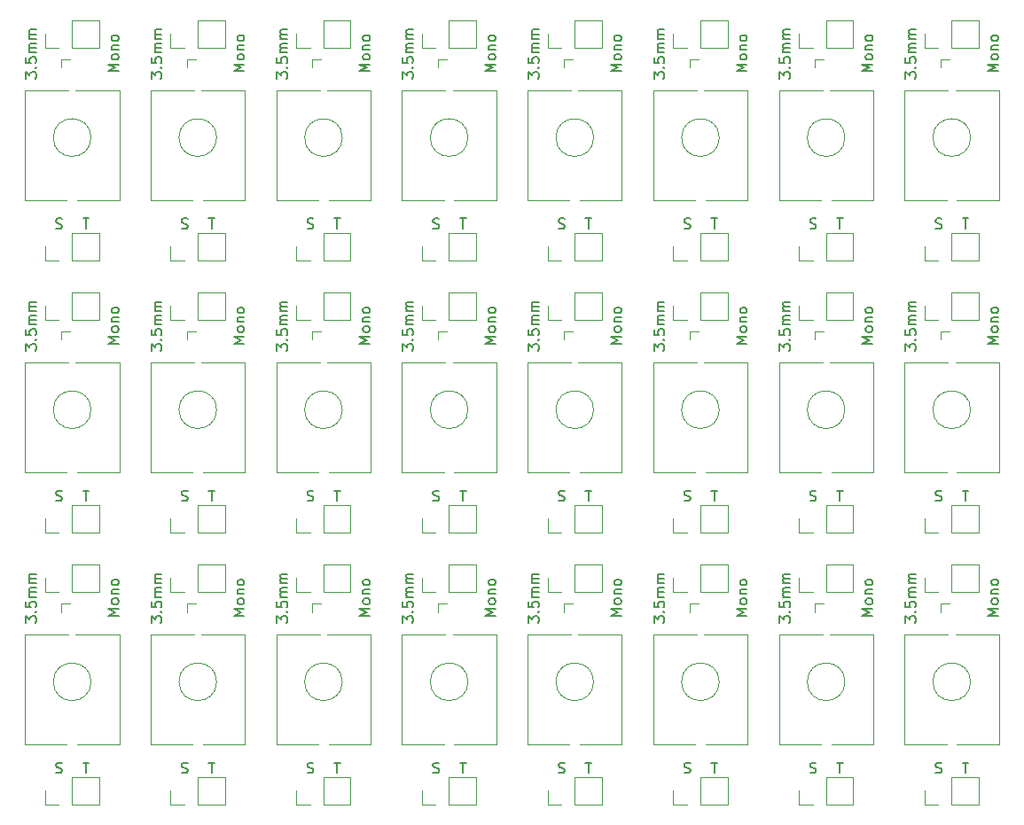
<source format=gbr>
%TF.GenerationSoftware,KiCad,Pcbnew,(6.0.0-0)*%
%TF.CreationDate,2022-11-22T10:59:50-05:00*%
%TF.ProjectId,AudioJack-Breakout-Panelization,41756469-6f4a-4616-936b-2d427265616b,rev?*%
%TF.SameCoordinates,Original*%
%TF.FileFunction,Legend,Top*%
%TF.FilePolarity,Positive*%
%FSLAX46Y46*%
G04 Gerber Fmt 4.6, Leading zero omitted, Abs format (unit mm)*
G04 Created by KiCad (PCBNEW (6.0.0-0)) date 2022-11-22 10:59:50*
%MOMM*%
%LPD*%
G01*
G04 APERTURE LIST*
%ADD10C,0.150000*%
%ADD11C,0.120000*%
G04 APERTURE END LIST*
D10*
X169616380Y-117156476D02*
X168616380Y-117156476D01*
X169330666Y-116823142D01*
X168616380Y-116489809D01*
X169616380Y-116489809D01*
X169616380Y-115870761D02*
X169568761Y-115966000D01*
X169521142Y-116013619D01*
X169425904Y-116061238D01*
X169140190Y-116061238D01*
X169044952Y-116013619D01*
X168997333Y-115966000D01*
X168949714Y-115870761D01*
X168949714Y-115727904D01*
X168997333Y-115632666D01*
X169044952Y-115585047D01*
X169140190Y-115537428D01*
X169425904Y-115537428D01*
X169521142Y-115585047D01*
X169568761Y-115632666D01*
X169616380Y-115727904D01*
X169616380Y-115870761D01*
X168949714Y-115108857D02*
X169616380Y-115108857D01*
X169044952Y-115108857D02*
X168997333Y-115061238D01*
X168949714Y-114966000D01*
X168949714Y-114823142D01*
X168997333Y-114727904D01*
X169092571Y-114680285D01*
X169616380Y-114680285D01*
X169616380Y-114061238D02*
X169568761Y-114156476D01*
X169521142Y-114204095D01*
X169425904Y-114251714D01*
X169140190Y-114251714D01*
X169044952Y-114204095D01*
X168997333Y-114156476D01*
X168949714Y-114061238D01*
X168949714Y-113918380D01*
X168997333Y-113823142D01*
X169044952Y-113775523D01*
X169140190Y-113727904D01*
X169425904Y-113727904D01*
X169521142Y-113775523D01*
X169568761Y-113823142D01*
X169616380Y-113918380D01*
X169616380Y-114061238D01*
X160742380Y-117846952D02*
X160742380Y-117227904D01*
X161123333Y-117561238D01*
X161123333Y-117418380D01*
X161170952Y-117323142D01*
X161218571Y-117275523D01*
X161313809Y-117227904D01*
X161551904Y-117227904D01*
X161647142Y-117275523D01*
X161694761Y-117323142D01*
X161742380Y-117418380D01*
X161742380Y-117704095D01*
X161694761Y-117799333D01*
X161647142Y-117846952D01*
X161647142Y-116799333D02*
X161694761Y-116751714D01*
X161742380Y-116799333D01*
X161694761Y-116846952D01*
X161647142Y-116799333D01*
X161742380Y-116799333D01*
X160742380Y-115846952D02*
X160742380Y-116323142D01*
X161218571Y-116370761D01*
X161170952Y-116323142D01*
X161123333Y-116227904D01*
X161123333Y-115989809D01*
X161170952Y-115894571D01*
X161218571Y-115846952D01*
X161313809Y-115799333D01*
X161551904Y-115799333D01*
X161647142Y-115846952D01*
X161694761Y-115894571D01*
X161742380Y-115989809D01*
X161742380Y-116227904D01*
X161694761Y-116323142D01*
X161647142Y-116370761D01*
X161742380Y-115370761D02*
X161075714Y-115370761D01*
X161170952Y-115370761D02*
X161123333Y-115323142D01*
X161075714Y-115227904D01*
X161075714Y-115085047D01*
X161123333Y-114989809D01*
X161218571Y-114942190D01*
X161742380Y-114942190D01*
X161218571Y-114942190D02*
X161123333Y-114894571D01*
X161075714Y-114799333D01*
X161075714Y-114656476D01*
X161123333Y-114561238D01*
X161218571Y-114513619D01*
X161742380Y-114513619D01*
X161742380Y-114037428D02*
X161075714Y-114037428D01*
X161170952Y-114037428D02*
X161123333Y-113989809D01*
X161075714Y-113894571D01*
X161075714Y-113751714D01*
X161123333Y-113656476D01*
X161218571Y-113608857D01*
X161742380Y-113608857D01*
X161218571Y-113608857D02*
X161123333Y-113561238D01*
X161075714Y-113466000D01*
X161075714Y-113323142D01*
X161123333Y-113227904D01*
X161218571Y-113180285D01*
X161742380Y-113180285D01*
X163642285Y-132164761D02*
X163785142Y-132212380D01*
X164023238Y-132212380D01*
X164118476Y-132164761D01*
X164166095Y-132117142D01*
X164213714Y-132021904D01*
X164213714Y-131926666D01*
X164166095Y-131831428D01*
X164118476Y-131783809D01*
X164023238Y-131736190D01*
X163832761Y-131688571D01*
X163737523Y-131640952D01*
X163689904Y-131593333D01*
X163642285Y-131498095D01*
X163642285Y-131402857D01*
X163689904Y-131307619D01*
X163737523Y-131260000D01*
X163832761Y-131212380D01*
X164070857Y-131212380D01*
X164213714Y-131260000D01*
X166212285Y-131212380D02*
X166783714Y-131212380D01*
X166498000Y-132212380D02*
X166498000Y-131212380D01*
X157616380Y-117156476D02*
X156616380Y-117156476D01*
X157330666Y-116823142D01*
X156616380Y-116489809D01*
X157616380Y-116489809D01*
X157616380Y-115870761D02*
X157568761Y-115966000D01*
X157521142Y-116013619D01*
X157425904Y-116061238D01*
X157140190Y-116061238D01*
X157044952Y-116013619D01*
X156997333Y-115966000D01*
X156949714Y-115870761D01*
X156949714Y-115727904D01*
X156997333Y-115632666D01*
X157044952Y-115585047D01*
X157140190Y-115537428D01*
X157425904Y-115537428D01*
X157521142Y-115585047D01*
X157568761Y-115632666D01*
X157616380Y-115727904D01*
X157616380Y-115870761D01*
X156949714Y-115108857D02*
X157616380Y-115108857D01*
X157044952Y-115108857D02*
X156997333Y-115061238D01*
X156949714Y-114966000D01*
X156949714Y-114823142D01*
X156997333Y-114727904D01*
X157092571Y-114680285D01*
X157616380Y-114680285D01*
X157616380Y-114061238D02*
X157568761Y-114156476D01*
X157521142Y-114204095D01*
X157425904Y-114251714D01*
X157140190Y-114251714D01*
X157044952Y-114204095D01*
X156997333Y-114156476D01*
X156949714Y-114061238D01*
X156949714Y-113918380D01*
X156997333Y-113823142D01*
X157044952Y-113775523D01*
X157140190Y-113727904D01*
X157425904Y-113727904D01*
X157521142Y-113775523D01*
X157568761Y-113823142D01*
X157616380Y-113918380D01*
X157616380Y-114061238D01*
X148742380Y-117846952D02*
X148742380Y-117227904D01*
X149123333Y-117561238D01*
X149123333Y-117418380D01*
X149170952Y-117323142D01*
X149218571Y-117275523D01*
X149313809Y-117227904D01*
X149551904Y-117227904D01*
X149647142Y-117275523D01*
X149694761Y-117323142D01*
X149742380Y-117418380D01*
X149742380Y-117704095D01*
X149694761Y-117799333D01*
X149647142Y-117846952D01*
X149647142Y-116799333D02*
X149694761Y-116751714D01*
X149742380Y-116799333D01*
X149694761Y-116846952D01*
X149647142Y-116799333D01*
X149742380Y-116799333D01*
X148742380Y-115846952D02*
X148742380Y-116323142D01*
X149218571Y-116370761D01*
X149170952Y-116323142D01*
X149123333Y-116227904D01*
X149123333Y-115989809D01*
X149170952Y-115894571D01*
X149218571Y-115846952D01*
X149313809Y-115799333D01*
X149551904Y-115799333D01*
X149647142Y-115846952D01*
X149694761Y-115894571D01*
X149742380Y-115989809D01*
X149742380Y-116227904D01*
X149694761Y-116323142D01*
X149647142Y-116370761D01*
X149742380Y-115370761D02*
X149075714Y-115370761D01*
X149170952Y-115370761D02*
X149123333Y-115323142D01*
X149075714Y-115227904D01*
X149075714Y-115085047D01*
X149123333Y-114989809D01*
X149218571Y-114942190D01*
X149742380Y-114942190D01*
X149218571Y-114942190D02*
X149123333Y-114894571D01*
X149075714Y-114799333D01*
X149075714Y-114656476D01*
X149123333Y-114561238D01*
X149218571Y-114513619D01*
X149742380Y-114513619D01*
X149742380Y-114037428D02*
X149075714Y-114037428D01*
X149170952Y-114037428D02*
X149123333Y-113989809D01*
X149075714Y-113894571D01*
X149075714Y-113751714D01*
X149123333Y-113656476D01*
X149218571Y-113608857D01*
X149742380Y-113608857D01*
X149218571Y-113608857D02*
X149123333Y-113561238D01*
X149075714Y-113466000D01*
X149075714Y-113323142D01*
X149123333Y-113227904D01*
X149218571Y-113180285D01*
X149742380Y-113180285D01*
X151642285Y-132164761D02*
X151785142Y-132212380D01*
X152023238Y-132212380D01*
X152118476Y-132164761D01*
X152166095Y-132117142D01*
X152213714Y-132021904D01*
X152213714Y-131926666D01*
X152166095Y-131831428D01*
X152118476Y-131783809D01*
X152023238Y-131736190D01*
X151832761Y-131688571D01*
X151737523Y-131640952D01*
X151689904Y-131593333D01*
X151642285Y-131498095D01*
X151642285Y-131402857D01*
X151689904Y-131307619D01*
X151737523Y-131260000D01*
X151832761Y-131212380D01*
X152070857Y-131212380D01*
X152213714Y-131260000D01*
X154212285Y-131212380D02*
X154783714Y-131212380D01*
X154498000Y-132212380D02*
X154498000Y-131212380D01*
X145616380Y-117156476D02*
X144616380Y-117156476D01*
X145330666Y-116823142D01*
X144616380Y-116489809D01*
X145616380Y-116489809D01*
X145616380Y-115870761D02*
X145568761Y-115966000D01*
X145521142Y-116013619D01*
X145425904Y-116061238D01*
X145140190Y-116061238D01*
X145044952Y-116013619D01*
X144997333Y-115966000D01*
X144949714Y-115870761D01*
X144949714Y-115727904D01*
X144997333Y-115632666D01*
X145044952Y-115585047D01*
X145140190Y-115537428D01*
X145425904Y-115537428D01*
X145521142Y-115585047D01*
X145568761Y-115632666D01*
X145616380Y-115727904D01*
X145616380Y-115870761D01*
X144949714Y-115108857D02*
X145616380Y-115108857D01*
X145044952Y-115108857D02*
X144997333Y-115061238D01*
X144949714Y-114966000D01*
X144949714Y-114823142D01*
X144997333Y-114727904D01*
X145092571Y-114680285D01*
X145616380Y-114680285D01*
X145616380Y-114061238D02*
X145568761Y-114156476D01*
X145521142Y-114204095D01*
X145425904Y-114251714D01*
X145140190Y-114251714D01*
X145044952Y-114204095D01*
X144997333Y-114156476D01*
X144949714Y-114061238D01*
X144949714Y-113918380D01*
X144997333Y-113823142D01*
X145044952Y-113775523D01*
X145140190Y-113727904D01*
X145425904Y-113727904D01*
X145521142Y-113775523D01*
X145568761Y-113823142D01*
X145616380Y-113918380D01*
X145616380Y-114061238D01*
X136742380Y-117846952D02*
X136742380Y-117227904D01*
X137123333Y-117561238D01*
X137123333Y-117418380D01*
X137170952Y-117323142D01*
X137218571Y-117275523D01*
X137313809Y-117227904D01*
X137551904Y-117227904D01*
X137647142Y-117275523D01*
X137694761Y-117323142D01*
X137742380Y-117418380D01*
X137742380Y-117704095D01*
X137694761Y-117799333D01*
X137647142Y-117846952D01*
X137647142Y-116799333D02*
X137694761Y-116751714D01*
X137742380Y-116799333D01*
X137694761Y-116846952D01*
X137647142Y-116799333D01*
X137742380Y-116799333D01*
X136742380Y-115846952D02*
X136742380Y-116323142D01*
X137218571Y-116370761D01*
X137170952Y-116323142D01*
X137123333Y-116227904D01*
X137123333Y-115989809D01*
X137170952Y-115894571D01*
X137218571Y-115846952D01*
X137313809Y-115799333D01*
X137551904Y-115799333D01*
X137647142Y-115846952D01*
X137694761Y-115894571D01*
X137742380Y-115989809D01*
X137742380Y-116227904D01*
X137694761Y-116323142D01*
X137647142Y-116370761D01*
X137742380Y-115370761D02*
X137075714Y-115370761D01*
X137170952Y-115370761D02*
X137123333Y-115323142D01*
X137075714Y-115227904D01*
X137075714Y-115085047D01*
X137123333Y-114989809D01*
X137218571Y-114942190D01*
X137742380Y-114942190D01*
X137218571Y-114942190D02*
X137123333Y-114894571D01*
X137075714Y-114799333D01*
X137075714Y-114656476D01*
X137123333Y-114561238D01*
X137218571Y-114513619D01*
X137742380Y-114513619D01*
X137742380Y-114037428D02*
X137075714Y-114037428D01*
X137170952Y-114037428D02*
X137123333Y-113989809D01*
X137075714Y-113894571D01*
X137075714Y-113751714D01*
X137123333Y-113656476D01*
X137218571Y-113608857D01*
X137742380Y-113608857D01*
X137218571Y-113608857D02*
X137123333Y-113561238D01*
X137075714Y-113466000D01*
X137075714Y-113323142D01*
X137123333Y-113227904D01*
X137218571Y-113180285D01*
X137742380Y-113180285D01*
X139642285Y-132164761D02*
X139785142Y-132212380D01*
X140023238Y-132212380D01*
X140118476Y-132164761D01*
X140166095Y-132117142D01*
X140213714Y-132021904D01*
X140213714Y-131926666D01*
X140166095Y-131831428D01*
X140118476Y-131783809D01*
X140023238Y-131736190D01*
X139832761Y-131688571D01*
X139737523Y-131640952D01*
X139689904Y-131593333D01*
X139642285Y-131498095D01*
X139642285Y-131402857D01*
X139689904Y-131307619D01*
X139737523Y-131260000D01*
X139832761Y-131212380D01*
X140070857Y-131212380D01*
X140213714Y-131260000D01*
X142212285Y-131212380D02*
X142783714Y-131212380D01*
X142498000Y-132212380D02*
X142498000Y-131212380D01*
X133616380Y-117156476D02*
X132616380Y-117156476D01*
X133330666Y-116823142D01*
X132616380Y-116489809D01*
X133616380Y-116489809D01*
X133616380Y-115870761D02*
X133568761Y-115966000D01*
X133521142Y-116013619D01*
X133425904Y-116061238D01*
X133140190Y-116061238D01*
X133044952Y-116013619D01*
X132997333Y-115966000D01*
X132949714Y-115870761D01*
X132949714Y-115727904D01*
X132997333Y-115632666D01*
X133044952Y-115585047D01*
X133140190Y-115537428D01*
X133425904Y-115537428D01*
X133521142Y-115585047D01*
X133568761Y-115632666D01*
X133616380Y-115727904D01*
X133616380Y-115870761D01*
X132949714Y-115108857D02*
X133616380Y-115108857D01*
X133044952Y-115108857D02*
X132997333Y-115061238D01*
X132949714Y-114966000D01*
X132949714Y-114823142D01*
X132997333Y-114727904D01*
X133092571Y-114680285D01*
X133616380Y-114680285D01*
X133616380Y-114061238D02*
X133568761Y-114156476D01*
X133521142Y-114204095D01*
X133425904Y-114251714D01*
X133140190Y-114251714D01*
X133044952Y-114204095D01*
X132997333Y-114156476D01*
X132949714Y-114061238D01*
X132949714Y-113918380D01*
X132997333Y-113823142D01*
X133044952Y-113775523D01*
X133140190Y-113727904D01*
X133425904Y-113727904D01*
X133521142Y-113775523D01*
X133568761Y-113823142D01*
X133616380Y-113918380D01*
X133616380Y-114061238D01*
X124742380Y-117846952D02*
X124742380Y-117227904D01*
X125123333Y-117561238D01*
X125123333Y-117418380D01*
X125170952Y-117323142D01*
X125218571Y-117275523D01*
X125313809Y-117227904D01*
X125551904Y-117227904D01*
X125647142Y-117275523D01*
X125694761Y-117323142D01*
X125742380Y-117418380D01*
X125742380Y-117704095D01*
X125694761Y-117799333D01*
X125647142Y-117846952D01*
X125647142Y-116799333D02*
X125694761Y-116751714D01*
X125742380Y-116799333D01*
X125694761Y-116846952D01*
X125647142Y-116799333D01*
X125742380Y-116799333D01*
X124742380Y-115846952D02*
X124742380Y-116323142D01*
X125218571Y-116370761D01*
X125170952Y-116323142D01*
X125123333Y-116227904D01*
X125123333Y-115989809D01*
X125170952Y-115894571D01*
X125218571Y-115846952D01*
X125313809Y-115799333D01*
X125551904Y-115799333D01*
X125647142Y-115846952D01*
X125694761Y-115894571D01*
X125742380Y-115989809D01*
X125742380Y-116227904D01*
X125694761Y-116323142D01*
X125647142Y-116370761D01*
X125742380Y-115370761D02*
X125075714Y-115370761D01*
X125170952Y-115370761D02*
X125123333Y-115323142D01*
X125075714Y-115227904D01*
X125075714Y-115085047D01*
X125123333Y-114989809D01*
X125218571Y-114942190D01*
X125742380Y-114942190D01*
X125218571Y-114942190D02*
X125123333Y-114894571D01*
X125075714Y-114799333D01*
X125075714Y-114656476D01*
X125123333Y-114561238D01*
X125218571Y-114513619D01*
X125742380Y-114513619D01*
X125742380Y-114037428D02*
X125075714Y-114037428D01*
X125170952Y-114037428D02*
X125123333Y-113989809D01*
X125075714Y-113894571D01*
X125075714Y-113751714D01*
X125123333Y-113656476D01*
X125218571Y-113608857D01*
X125742380Y-113608857D01*
X125218571Y-113608857D02*
X125123333Y-113561238D01*
X125075714Y-113466000D01*
X125075714Y-113323142D01*
X125123333Y-113227904D01*
X125218571Y-113180285D01*
X125742380Y-113180285D01*
X127642285Y-132164761D02*
X127785142Y-132212380D01*
X128023238Y-132212380D01*
X128118476Y-132164761D01*
X128166095Y-132117142D01*
X128213714Y-132021904D01*
X128213714Y-131926666D01*
X128166095Y-131831428D01*
X128118476Y-131783809D01*
X128023238Y-131736190D01*
X127832761Y-131688571D01*
X127737523Y-131640952D01*
X127689904Y-131593333D01*
X127642285Y-131498095D01*
X127642285Y-131402857D01*
X127689904Y-131307619D01*
X127737523Y-131260000D01*
X127832761Y-131212380D01*
X128070857Y-131212380D01*
X128213714Y-131260000D01*
X130212285Y-131212380D02*
X130783714Y-131212380D01*
X130498000Y-132212380D02*
X130498000Y-131212380D01*
X121616380Y-117156476D02*
X120616380Y-117156476D01*
X121330666Y-116823142D01*
X120616380Y-116489809D01*
X121616380Y-116489809D01*
X121616380Y-115870761D02*
X121568761Y-115966000D01*
X121521142Y-116013619D01*
X121425904Y-116061238D01*
X121140190Y-116061238D01*
X121044952Y-116013619D01*
X120997333Y-115966000D01*
X120949714Y-115870761D01*
X120949714Y-115727904D01*
X120997333Y-115632666D01*
X121044952Y-115585047D01*
X121140190Y-115537428D01*
X121425904Y-115537428D01*
X121521142Y-115585047D01*
X121568761Y-115632666D01*
X121616380Y-115727904D01*
X121616380Y-115870761D01*
X120949714Y-115108857D02*
X121616380Y-115108857D01*
X121044952Y-115108857D02*
X120997333Y-115061238D01*
X120949714Y-114966000D01*
X120949714Y-114823142D01*
X120997333Y-114727904D01*
X121092571Y-114680285D01*
X121616380Y-114680285D01*
X121616380Y-114061238D02*
X121568761Y-114156476D01*
X121521142Y-114204095D01*
X121425904Y-114251714D01*
X121140190Y-114251714D01*
X121044952Y-114204095D01*
X120997333Y-114156476D01*
X120949714Y-114061238D01*
X120949714Y-113918380D01*
X120997333Y-113823142D01*
X121044952Y-113775523D01*
X121140190Y-113727904D01*
X121425904Y-113727904D01*
X121521142Y-113775523D01*
X121568761Y-113823142D01*
X121616380Y-113918380D01*
X121616380Y-114061238D01*
X112742380Y-117846952D02*
X112742380Y-117227904D01*
X113123333Y-117561238D01*
X113123333Y-117418380D01*
X113170952Y-117323142D01*
X113218571Y-117275523D01*
X113313809Y-117227904D01*
X113551904Y-117227904D01*
X113647142Y-117275523D01*
X113694761Y-117323142D01*
X113742380Y-117418380D01*
X113742380Y-117704095D01*
X113694761Y-117799333D01*
X113647142Y-117846952D01*
X113647142Y-116799333D02*
X113694761Y-116751714D01*
X113742380Y-116799333D01*
X113694761Y-116846952D01*
X113647142Y-116799333D01*
X113742380Y-116799333D01*
X112742380Y-115846952D02*
X112742380Y-116323142D01*
X113218571Y-116370761D01*
X113170952Y-116323142D01*
X113123333Y-116227904D01*
X113123333Y-115989809D01*
X113170952Y-115894571D01*
X113218571Y-115846952D01*
X113313809Y-115799333D01*
X113551904Y-115799333D01*
X113647142Y-115846952D01*
X113694761Y-115894571D01*
X113742380Y-115989809D01*
X113742380Y-116227904D01*
X113694761Y-116323142D01*
X113647142Y-116370761D01*
X113742380Y-115370761D02*
X113075714Y-115370761D01*
X113170952Y-115370761D02*
X113123333Y-115323142D01*
X113075714Y-115227904D01*
X113075714Y-115085047D01*
X113123333Y-114989809D01*
X113218571Y-114942190D01*
X113742380Y-114942190D01*
X113218571Y-114942190D02*
X113123333Y-114894571D01*
X113075714Y-114799333D01*
X113075714Y-114656476D01*
X113123333Y-114561238D01*
X113218571Y-114513619D01*
X113742380Y-114513619D01*
X113742380Y-114037428D02*
X113075714Y-114037428D01*
X113170952Y-114037428D02*
X113123333Y-113989809D01*
X113075714Y-113894571D01*
X113075714Y-113751714D01*
X113123333Y-113656476D01*
X113218571Y-113608857D01*
X113742380Y-113608857D01*
X113218571Y-113608857D02*
X113123333Y-113561238D01*
X113075714Y-113466000D01*
X113075714Y-113323142D01*
X113123333Y-113227904D01*
X113218571Y-113180285D01*
X113742380Y-113180285D01*
X115642285Y-132164761D02*
X115785142Y-132212380D01*
X116023238Y-132212380D01*
X116118476Y-132164761D01*
X116166095Y-132117142D01*
X116213714Y-132021904D01*
X116213714Y-131926666D01*
X116166095Y-131831428D01*
X116118476Y-131783809D01*
X116023238Y-131736190D01*
X115832761Y-131688571D01*
X115737523Y-131640952D01*
X115689904Y-131593333D01*
X115642285Y-131498095D01*
X115642285Y-131402857D01*
X115689904Y-131307619D01*
X115737523Y-131260000D01*
X115832761Y-131212380D01*
X116070857Y-131212380D01*
X116213714Y-131260000D01*
X118212285Y-131212380D02*
X118783714Y-131212380D01*
X118498000Y-132212380D02*
X118498000Y-131212380D01*
X109616380Y-117156476D02*
X108616380Y-117156476D01*
X109330666Y-116823142D01*
X108616380Y-116489809D01*
X109616380Y-116489809D01*
X109616380Y-115870761D02*
X109568761Y-115966000D01*
X109521142Y-116013619D01*
X109425904Y-116061238D01*
X109140190Y-116061238D01*
X109044952Y-116013619D01*
X108997333Y-115966000D01*
X108949714Y-115870761D01*
X108949714Y-115727904D01*
X108997333Y-115632666D01*
X109044952Y-115585047D01*
X109140190Y-115537428D01*
X109425904Y-115537428D01*
X109521142Y-115585047D01*
X109568761Y-115632666D01*
X109616380Y-115727904D01*
X109616380Y-115870761D01*
X108949714Y-115108857D02*
X109616380Y-115108857D01*
X109044952Y-115108857D02*
X108997333Y-115061238D01*
X108949714Y-114966000D01*
X108949714Y-114823142D01*
X108997333Y-114727904D01*
X109092571Y-114680285D01*
X109616380Y-114680285D01*
X109616380Y-114061238D02*
X109568761Y-114156476D01*
X109521142Y-114204095D01*
X109425904Y-114251714D01*
X109140190Y-114251714D01*
X109044952Y-114204095D01*
X108997333Y-114156476D01*
X108949714Y-114061238D01*
X108949714Y-113918380D01*
X108997333Y-113823142D01*
X109044952Y-113775523D01*
X109140190Y-113727904D01*
X109425904Y-113727904D01*
X109521142Y-113775523D01*
X109568761Y-113823142D01*
X109616380Y-113918380D01*
X109616380Y-114061238D01*
X100742380Y-117846952D02*
X100742380Y-117227904D01*
X101123333Y-117561238D01*
X101123333Y-117418380D01*
X101170952Y-117323142D01*
X101218571Y-117275523D01*
X101313809Y-117227904D01*
X101551904Y-117227904D01*
X101647142Y-117275523D01*
X101694761Y-117323142D01*
X101742380Y-117418380D01*
X101742380Y-117704095D01*
X101694761Y-117799333D01*
X101647142Y-117846952D01*
X101647142Y-116799333D02*
X101694761Y-116751714D01*
X101742380Y-116799333D01*
X101694761Y-116846952D01*
X101647142Y-116799333D01*
X101742380Y-116799333D01*
X100742380Y-115846952D02*
X100742380Y-116323142D01*
X101218571Y-116370761D01*
X101170952Y-116323142D01*
X101123333Y-116227904D01*
X101123333Y-115989809D01*
X101170952Y-115894571D01*
X101218571Y-115846952D01*
X101313809Y-115799333D01*
X101551904Y-115799333D01*
X101647142Y-115846952D01*
X101694761Y-115894571D01*
X101742380Y-115989809D01*
X101742380Y-116227904D01*
X101694761Y-116323142D01*
X101647142Y-116370761D01*
X101742380Y-115370761D02*
X101075714Y-115370761D01*
X101170952Y-115370761D02*
X101123333Y-115323142D01*
X101075714Y-115227904D01*
X101075714Y-115085047D01*
X101123333Y-114989809D01*
X101218571Y-114942190D01*
X101742380Y-114942190D01*
X101218571Y-114942190D02*
X101123333Y-114894571D01*
X101075714Y-114799333D01*
X101075714Y-114656476D01*
X101123333Y-114561238D01*
X101218571Y-114513619D01*
X101742380Y-114513619D01*
X101742380Y-114037428D02*
X101075714Y-114037428D01*
X101170952Y-114037428D02*
X101123333Y-113989809D01*
X101075714Y-113894571D01*
X101075714Y-113751714D01*
X101123333Y-113656476D01*
X101218571Y-113608857D01*
X101742380Y-113608857D01*
X101218571Y-113608857D02*
X101123333Y-113561238D01*
X101075714Y-113466000D01*
X101075714Y-113323142D01*
X101123333Y-113227904D01*
X101218571Y-113180285D01*
X101742380Y-113180285D01*
X103642285Y-132164761D02*
X103785142Y-132212380D01*
X104023238Y-132212380D01*
X104118476Y-132164761D01*
X104166095Y-132117142D01*
X104213714Y-132021904D01*
X104213714Y-131926666D01*
X104166095Y-131831428D01*
X104118476Y-131783809D01*
X104023238Y-131736190D01*
X103832761Y-131688571D01*
X103737523Y-131640952D01*
X103689904Y-131593333D01*
X103642285Y-131498095D01*
X103642285Y-131402857D01*
X103689904Y-131307619D01*
X103737523Y-131260000D01*
X103832761Y-131212380D01*
X104070857Y-131212380D01*
X104213714Y-131260000D01*
X106212285Y-131212380D02*
X106783714Y-131212380D01*
X106498000Y-132212380D02*
X106498000Y-131212380D01*
X97616380Y-117156476D02*
X96616380Y-117156476D01*
X97330666Y-116823142D01*
X96616380Y-116489809D01*
X97616380Y-116489809D01*
X97616380Y-115870761D02*
X97568761Y-115966000D01*
X97521142Y-116013619D01*
X97425904Y-116061238D01*
X97140190Y-116061238D01*
X97044952Y-116013619D01*
X96997333Y-115966000D01*
X96949714Y-115870761D01*
X96949714Y-115727904D01*
X96997333Y-115632666D01*
X97044952Y-115585047D01*
X97140190Y-115537428D01*
X97425904Y-115537428D01*
X97521142Y-115585047D01*
X97568761Y-115632666D01*
X97616380Y-115727904D01*
X97616380Y-115870761D01*
X96949714Y-115108857D02*
X97616380Y-115108857D01*
X97044952Y-115108857D02*
X96997333Y-115061238D01*
X96949714Y-114966000D01*
X96949714Y-114823142D01*
X96997333Y-114727904D01*
X97092571Y-114680285D01*
X97616380Y-114680285D01*
X97616380Y-114061238D02*
X97568761Y-114156476D01*
X97521142Y-114204095D01*
X97425904Y-114251714D01*
X97140190Y-114251714D01*
X97044952Y-114204095D01*
X96997333Y-114156476D01*
X96949714Y-114061238D01*
X96949714Y-113918380D01*
X96997333Y-113823142D01*
X97044952Y-113775523D01*
X97140190Y-113727904D01*
X97425904Y-113727904D01*
X97521142Y-113775523D01*
X97568761Y-113823142D01*
X97616380Y-113918380D01*
X97616380Y-114061238D01*
X88742380Y-117846952D02*
X88742380Y-117227904D01*
X89123333Y-117561238D01*
X89123333Y-117418380D01*
X89170952Y-117323142D01*
X89218571Y-117275523D01*
X89313809Y-117227904D01*
X89551904Y-117227904D01*
X89647142Y-117275523D01*
X89694761Y-117323142D01*
X89742380Y-117418380D01*
X89742380Y-117704095D01*
X89694761Y-117799333D01*
X89647142Y-117846952D01*
X89647142Y-116799333D02*
X89694761Y-116751714D01*
X89742380Y-116799333D01*
X89694761Y-116846952D01*
X89647142Y-116799333D01*
X89742380Y-116799333D01*
X88742380Y-115846952D02*
X88742380Y-116323142D01*
X89218571Y-116370761D01*
X89170952Y-116323142D01*
X89123333Y-116227904D01*
X89123333Y-115989809D01*
X89170952Y-115894571D01*
X89218571Y-115846952D01*
X89313809Y-115799333D01*
X89551904Y-115799333D01*
X89647142Y-115846952D01*
X89694761Y-115894571D01*
X89742380Y-115989809D01*
X89742380Y-116227904D01*
X89694761Y-116323142D01*
X89647142Y-116370761D01*
X89742380Y-115370761D02*
X89075714Y-115370761D01*
X89170952Y-115370761D02*
X89123333Y-115323142D01*
X89075714Y-115227904D01*
X89075714Y-115085047D01*
X89123333Y-114989809D01*
X89218571Y-114942190D01*
X89742380Y-114942190D01*
X89218571Y-114942190D02*
X89123333Y-114894571D01*
X89075714Y-114799333D01*
X89075714Y-114656476D01*
X89123333Y-114561238D01*
X89218571Y-114513619D01*
X89742380Y-114513619D01*
X89742380Y-114037428D02*
X89075714Y-114037428D01*
X89170952Y-114037428D02*
X89123333Y-113989809D01*
X89075714Y-113894571D01*
X89075714Y-113751714D01*
X89123333Y-113656476D01*
X89218571Y-113608857D01*
X89742380Y-113608857D01*
X89218571Y-113608857D02*
X89123333Y-113561238D01*
X89075714Y-113466000D01*
X89075714Y-113323142D01*
X89123333Y-113227904D01*
X89218571Y-113180285D01*
X89742380Y-113180285D01*
X91642285Y-132164761D02*
X91785142Y-132212380D01*
X92023238Y-132212380D01*
X92118476Y-132164761D01*
X92166095Y-132117142D01*
X92213714Y-132021904D01*
X92213714Y-131926666D01*
X92166095Y-131831428D01*
X92118476Y-131783809D01*
X92023238Y-131736190D01*
X91832761Y-131688571D01*
X91737523Y-131640952D01*
X91689904Y-131593333D01*
X91642285Y-131498095D01*
X91642285Y-131402857D01*
X91689904Y-131307619D01*
X91737523Y-131260000D01*
X91832761Y-131212380D01*
X92070857Y-131212380D01*
X92213714Y-131260000D01*
X94212285Y-131212380D02*
X94783714Y-131212380D01*
X94498000Y-132212380D02*
X94498000Y-131212380D01*
X85616380Y-117156476D02*
X84616380Y-117156476D01*
X85330666Y-116823142D01*
X84616380Y-116489809D01*
X85616380Y-116489809D01*
X85616380Y-115870761D02*
X85568761Y-115966000D01*
X85521142Y-116013619D01*
X85425904Y-116061238D01*
X85140190Y-116061238D01*
X85044952Y-116013619D01*
X84997333Y-115966000D01*
X84949714Y-115870761D01*
X84949714Y-115727904D01*
X84997333Y-115632666D01*
X85044952Y-115585047D01*
X85140190Y-115537428D01*
X85425904Y-115537428D01*
X85521142Y-115585047D01*
X85568761Y-115632666D01*
X85616380Y-115727904D01*
X85616380Y-115870761D01*
X84949714Y-115108857D02*
X85616380Y-115108857D01*
X85044952Y-115108857D02*
X84997333Y-115061238D01*
X84949714Y-114966000D01*
X84949714Y-114823142D01*
X84997333Y-114727904D01*
X85092571Y-114680285D01*
X85616380Y-114680285D01*
X85616380Y-114061238D02*
X85568761Y-114156476D01*
X85521142Y-114204095D01*
X85425904Y-114251714D01*
X85140190Y-114251714D01*
X85044952Y-114204095D01*
X84997333Y-114156476D01*
X84949714Y-114061238D01*
X84949714Y-113918380D01*
X84997333Y-113823142D01*
X85044952Y-113775523D01*
X85140190Y-113727904D01*
X85425904Y-113727904D01*
X85521142Y-113775523D01*
X85568761Y-113823142D01*
X85616380Y-113918380D01*
X85616380Y-114061238D01*
X76742380Y-117846952D02*
X76742380Y-117227904D01*
X77123333Y-117561238D01*
X77123333Y-117418380D01*
X77170952Y-117323142D01*
X77218571Y-117275523D01*
X77313809Y-117227904D01*
X77551904Y-117227904D01*
X77647142Y-117275523D01*
X77694761Y-117323142D01*
X77742380Y-117418380D01*
X77742380Y-117704095D01*
X77694761Y-117799333D01*
X77647142Y-117846952D01*
X77647142Y-116799333D02*
X77694761Y-116751714D01*
X77742380Y-116799333D01*
X77694761Y-116846952D01*
X77647142Y-116799333D01*
X77742380Y-116799333D01*
X76742380Y-115846952D02*
X76742380Y-116323142D01*
X77218571Y-116370761D01*
X77170952Y-116323142D01*
X77123333Y-116227904D01*
X77123333Y-115989809D01*
X77170952Y-115894571D01*
X77218571Y-115846952D01*
X77313809Y-115799333D01*
X77551904Y-115799333D01*
X77647142Y-115846952D01*
X77694761Y-115894571D01*
X77742380Y-115989809D01*
X77742380Y-116227904D01*
X77694761Y-116323142D01*
X77647142Y-116370761D01*
X77742380Y-115370761D02*
X77075714Y-115370761D01*
X77170952Y-115370761D02*
X77123333Y-115323142D01*
X77075714Y-115227904D01*
X77075714Y-115085047D01*
X77123333Y-114989809D01*
X77218571Y-114942190D01*
X77742380Y-114942190D01*
X77218571Y-114942190D02*
X77123333Y-114894571D01*
X77075714Y-114799333D01*
X77075714Y-114656476D01*
X77123333Y-114561238D01*
X77218571Y-114513619D01*
X77742380Y-114513619D01*
X77742380Y-114037428D02*
X77075714Y-114037428D01*
X77170952Y-114037428D02*
X77123333Y-113989809D01*
X77075714Y-113894571D01*
X77075714Y-113751714D01*
X77123333Y-113656476D01*
X77218571Y-113608857D01*
X77742380Y-113608857D01*
X77218571Y-113608857D02*
X77123333Y-113561238D01*
X77075714Y-113466000D01*
X77075714Y-113323142D01*
X77123333Y-113227904D01*
X77218571Y-113180285D01*
X77742380Y-113180285D01*
X79642285Y-132164761D02*
X79785142Y-132212380D01*
X80023238Y-132212380D01*
X80118476Y-132164761D01*
X80166095Y-132117142D01*
X80213714Y-132021904D01*
X80213714Y-131926666D01*
X80166095Y-131831428D01*
X80118476Y-131783809D01*
X80023238Y-131736190D01*
X79832761Y-131688571D01*
X79737523Y-131640952D01*
X79689904Y-131593333D01*
X79642285Y-131498095D01*
X79642285Y-131402857D01*
X79689904Y-131307619D01*
X79737523Y-131260000D01*
X79832761Y-131212380D01*
X80070857Y-131212380D01*
X80213714Y-131260000D01*
X82212285Y-131212380D02*
X82783714Y-131212380D01*
X82498000Y-132212380D02*
X82498000Y-131212380D01*
X169616380Y-91156476D02*
X168616380Y-91156476D01*
X169330666Y-90823142D01*
X168616380Y-90489809D01*
X169616380Y-90489809D01*
X169616380Y-89870761D02*
X169568761Y-89966000D01*
X169521142Y-90013619D01*
X169425904Y-90061238D01*
X169140190Y-90061238D01*
X169044952Y-90013619D01*
X168997333Y-89966000D01*
X168949714Y-89870761D01*
X168949714Y-89727904D01*
X168997333Y-89632666D01*
X169044952Y-89585047D01*
X169140190Y-89537428D01*
X169425904Y-89537428D01*
X169521142Y-89585047D01*
X169568761Y-89632666D01*
X169616380Y-89727904D01*
X169616380Y-89870761D01*
X168949714Y-89108857D02*
X169616380Y-89108857D01*
X169044952Y-89108857D02*
X168997333Y-89061238D01*
X168949714Y-88966000D01*
X168949714Y-88823142D01*
X168997333Y-88727904D01*
X169092571Y-88680285D01*
X169616380Y-88680285D01*
X169616380Y-88061238D02*
X169568761Y-88156476D01*
X169521142Y-88204095D01*
X169425904Y-88251714D01*
X169140190Y-88251714D01*
X169044952Y-88204095D01*
X168997333Y-88156476D01*
X168949714Y-88061238D01*
X168949714Y-87918380D01*
X168997333Y-87823142D01*
X169044952Y-87775523D01*
X169140190Y-87727904D01*
X169425904Y-87727904D01*
X169521142Y-87775523D01*
X169568761Y-87823142D01*
X169616380Y-87918380D01*
X169616380Y-88061238D01*
X160742380Y-91846952D02*
X160742380Y-91227904D01*
X161123333Y-91561238D01*
X161123333Y-91418380D01*
X161170952Y-91323142D01*
X161218571Y-91275523D01*
X161313809Y-91227904D01*
X161551904Y-91227904D01*
X161647142Y-91275523D01*
X161694761Y-91323142D01*
X161742380Y-91418380D01*
X161742380Y-91704095D01*
X161694761Y-91799333D01*
X161647142Y-91846952D01*
X161647142Y-90799333D02*
X161694761Y-90751714D01*
X161742380Y-90799333D01*
X161694761Y-90846952D01*
X161647142Y-90799333D01*
X161742380Y-90799333D01*
X160742380Y-89846952D02*
X160742380Y-90323142D01*
X161218571Y-90370761D01*
X161170952Y-90323142D01*
X161123333Y-90227904D01*
X161123333Y-89989809D01*
X161170952Y-89894571D01*
X161218571Y-89846952D01*
X161313809Y-89799333D01*
X161551904Y-89799333D01*
X161647142Y-89846952D01*
X161694761Y-89894571D01*
X161742380Y-89989809D01*
X161742380Y-90227904D01*
X161694761Y-90323142D01*
X161647142Y-90370761D01*
X161742380Y-89370761D02*
X161075714Y-89370761D01*
X161170952Y-89370761D02*
X161123333Y-89323142D01*
X161075714Y-89227904D01*
X161075714Y-89085047D01*
X161123333Y-88989809D01*
X161218571Y-88942190D01*
X161742380Y-88942190D01*
X161218571Y-88942190D02*
X161123333Y-88894571D01*
X161075714Y-88799333D01*
X161075714Y-88656476D01*
X161123333Y-88561238D01*
X161218571Y-88513619D01*
X161742380Y-88513619D01*
X161742380Y-88037428D02*
X161075714Y-88037428D01*
X161170952Y-88037428D02*
X161123333Y-87989809D01*
X161075714Y-87894571D01*
X161075714Y-87751714D01*
X161123333Y-87656476D01*
X161218571Y-87608857D01*
X161742380Y-87608857D01*
X161218571Y-87608857D02*
X161123333Y-87561238D01*
X161075714Y-87466000D01*
X161075714Y-87323142D01*
X161123333Y-87227904D01*
X161218571Y-87180285D01*
X161742380Y-87180285D01*
X163642285Y-106164761D02*
X163785142Y-106212380D01*
X164023238Y-106212380D01*
X164118476Y-106164761D01*
X164166095Y-106117142D01*
X164213714Y-106021904D01*
X164213714Y-105926666D01*
X164166095Y-105831428D01*
X164118476Y-105783809D01*
X164023238Y-105736190D01*
X163832761Y-105688571D01*
X163737523Y-105640952D01*
X163689904Y-105593333D01*
X163642285Y-105498095D01*
X163642285Y-105402857D01*
X163689904Y-105307619D01*
X163737523Y-105260000D01*
X163832761Y-105212380D01*
X164070857Y-105212380D01*
X164213714Y-105260000D01*
X166212285Y-105212380D02*
X166783714Y-105212380D01*
X166498000Y-106212380D02*
X166498000Y-105212380D01*
X157616380Y-91156476D02*
X156616380Y-91156476D01*
X157330666Y-90823142D01*
X156616380Y-90489809D01*
X157616380Y-90489809D01*
X157616380Y-89870761D02*
X157568761Y-89966000D01*
X157521142Y-90013619D01*
X157425904Y-90061238D01*
X157140190Y-90061238D01*
X157044952Y-90013619D01*
X156997333Y-89966000D01*
X156949714Y-89870761D01*
X156949714Y-89727904D01*
X156997333Y-89632666D01*
X157044952Y-89585047D01*
X157140190Y-89537428D01*
X157425904Y-89537428D01*
X157521142Y-89585047D01*
X157568761Y-89632666D01*
X157616380Y-89727904D01*
X157616380Y-89870761D01*
X156949714Y-89108857D02*
X157616380Y-89108857D01*
X157044952Y-89108857D02*
X156997333Y-89061238D01*
X156949714Y-88966000D01*
X156949714Y-88823142D01*
X156997333Y-88727904D01*
X157092571Y-88680285D01*
X157616380Y-88680285D01*
X157616380Y-88061238D02*
X157568761Y-88156476D01*
X157521142Y-88204095D01*
X157425904Y-88251714D01*
X157140190Y-88251714D01*
X157044952Y-88204095D01*
X156997333Y-88156476D01*
X156949714Y-88061238D01*
X156949714Y-87918380D01*
X156997333Y-87823142D01*
X157044952Y-87775523D01*
X157140190Y-87727904D01*
X157425904Y-87727904D01*
X157521142Y-87775523D01*
X157568761Y-87823142D01*
X157616380Y-87918380D01*
X157616380Y-88061238D01*
X148742380Y-91846952D02*
X148742380Y-91227904D01*
X149123333Y-91561238D01*
X149123333Y-91418380D01*
X149170952Y-91323142D01*
X149218571Y-91275523D01*
X149313809Y-91227904D01*
X149551904Y-91227904D01*
X149647142Y-91275523D01*
X149694761Y-91323142D01*
X149742380Y-91418380D01*
X149742380Y-91704095D01*
X149694761Y-91799333D01*
X149647142Y-91846952D01*
X149647142Y-90799333D02*
X149694761Y-90751714D01*
X149742380Y-90799333D01*
X149694761Y-90846952D01*
X149647142Y-90799333D01*
X149742380Y-90799333D01*
X148742380Y-89846952D02*
X148742380Y-90323142D01*
X149218571Y-90370761D01*
X149170952Y-90323142D01*
X149123333Y-90227904D01*
X149123333Y-89989809D01*
X149170952Y-89894571D01*
X149218571Y-89846952D01*
X149313809Y-89799333D01*
X149551904Y-89799333D01*
X149647142Y-89846952D01*
X149694761Y-89894571D01*
X149742380Y-89989809D01*
X149742380Y-90227904D01*
X149694761Y-90323142D01*
X149647142Y-90370761D01*
X149742380Y-89370761D02*
X149075714Y-89370761D01*
X149170952Y-89370761D02*
X149123333Y-89323142D01*
X149075714Y-89227904D01*
X149075714Y-89085047D01*
X149123333Y-88989809D01*
X149218571Y-88942190D01*
X149742380Y-88942190D01*
X149218571Y-88942190D02*
X149123333Y-88894571D01*
X149075714Y-88799333D01*
X149075714Y-88656476D01*
X149123333Y-88561238D01*
X149218571Y-88513619D01*
X149742380Y-88513619D01*
X149742380Y-88037428D02*
X149075714Y-88037428D01*
X149170952Y-88037428D02*
X149123333Y-87989809D01*
X149075714Y-87894571D01*
X149075714Y-87751714D01*
X149123333Y-87656476D01*
X149218571Y-87608857D01*
X149742380Y-87608857D01*
X149218571Y-87608857D02*
X149123333Y-87561238D01*
X149075714Y-87466000D01*
X149075714Y-87323142D01*
X149123333Y-87227904D01*
X149218571Y-87180285D01*
X149742380Y-87180285D01*
X151642285Y-106164761D02*
X151785142Y-106212380D01*
X152023238Y-106212380D01*
X152118476Y-106164761D01*
X152166095Y-106117142D01*
X152213714Y-106021904D01*
X152213714Y-105926666D01*
X152166095Y-105831428D01*
X152118476Y-105783809D01*
X152023238Y-105736190D01*
X151832761Y-105688571D01*
X151737523Y-105640952D01*
X151689904Y-105593333D01*
X151642285Y-105498095D01*
X151642285Y-105402857D01*
X151689904Y-105307619D01*
X151737523Y-105260000D01*
X151832761Y-105212380D01*
X152070857Y-105212380D01*
X152213714Y-105260000D01*
X154212285Y-105212380D02*
X154783714Y-105212380D01*
X154498000Y-106212380D02*
X154498000Y-105212380D01*
X145616380Y-91156476D02*
X144616380Y-91156476D01*
X145330666Y-90823142D01*
X144616380Y-90489809D01*
X145616380Y-90489809D01*
X145616380Y-89870761D02*
X145568761Y-89966000D01*
X145521142Y-90013619D01*
X145425904Y-90061238D01*
X145140190Y-90061238D01*
X145044952Y-90013619D01*
X144997333Y-89966000D01*
X144949714Y-89870761D01*
X144949714Y-89727904D01*
X144997333Y-89632666D01*
X145044952Y-89585047D01*
X145140190Y-89537428D01*
X145425904Y-89537428D01*
X145521142Y-89585047D01*
X145568761Y-89632666D01*
X145616380Y-89727904D01*
X145616380Y-89870761D01*
X144949714Y-89108857D02*
X145616380Y-89108857D01*
X145044952Y-89108857D02*
X144997333Y-89061238D01*
X144949714Y-88966000D01*
X144949714Y-88823142D01*
X144997333Y-88727904D01*
X145092571Y-88680285D01*
X145616380Y-88680285D01*
X145616380Y-88061238D02*
X145568761Y-88156476D01*
X145521142Y-88204095D01*
X145425904Y-88251714D01*
X145140190Y-88251714D01*
X145044952Y-88204095D01*
X144997333Y-88156476D01*
X144949714Y-88061238D01*
X144949714Y-87918380D01*
X144997333Y-87823142D01*
X145044952Y-87775523D01*
X145140190Y-87727904D01*
X145425904Y-87727904D01*
X145521142Y-87775523D01*
X145568761Y-87823142D01*
X145616380Y-87918380D01*
X145616380Y-88061238D01*
X136742380Y-91846952D02*
X136742380Y-91227904D01*
X137123333Y-91561238D01*
X137123333Y-91418380D01*
X137170952Y-91323142D01*
X137218571Y-91275523D01*
X137313809Y-91227904D01*
X137551904Y-91227904D01*
X137647142Y-91275523D01*
X137694761Y-91323142D01*
X137742380Y-91418380D01*
X137742380Y-91704095D01*
X137694761Y-91799333D01*
X137647142Y-91846952D01*
X137647142Y-90799333D02*
X137694761Y-90751714D01*
X137742380Y-90799333D01*
X137694761Y-90846952D01*
X137647142Y-90799333D01*
X137742380Y-90799333D01*
X136742380Y-89846952D02*
X136742380Y-90323142D01*
X137218571Y-90370761D01*
X137170952Y-90323142D01*
X137123333Y-90227904D01*
X137123333Y-89989809D01*
X137170952Y-89894571D01*
X137218571Y-89846952D01*
X137313809Y-89799333D01*
X137551904Y-89799333D01*
X137647142Y-89846952D01*
X137694761Y-89894571D01*
X137742380Y-89989809D01*
X137742380Y-90227904D01*
X137694761Y-90323142D01*
X137647142Y-90370761D01*
X137742380Y-89370761D02*
X137075714Y-89370761D01*
X137170952Y-89370761D02*
X137123333Y-89323142D01*
X137075714Y-89227904D01*
X137075714Y-89085047D01*
X137123333Y-88989809D01*
X137218571Y-88942190D01*
X137742380Y-88942190D01*
X137218571Y-88942190D02*
X137123333Y-88894571D01*
X137075714Y-88799333D01*
X137075714Y-88656476D01*
X137123333Y-88561238D01*
X137218571Y-88513619D01*
X137742380Y-88513619D01*
X137742380Y-88037428D02*
X137075714Y-88037428D01*
X137170952Y-88037428D02*
X137123333Y-87989809D01*
X137075714Y-87894571D01*
X137075714Y-87751714D01*
X137123333Y-87656476D01*
X137218571Y-87608857D01*
X137742380Y-87608857D01*
X137218571Y-87608857D02*
X137123333Y-87561238D01*
X137075714Y-87466000D01*
X137075714Y-87323142D01*
X137123333Y-87227904D01*
X137218571Y-87180285D01*
X137742380Y-87180285D01*
X139642285Y-106164761D02*
X139785142Y-106212380D01*
X140023238Y-106212380D01*
X140118476Y-106164761D01*
X140166095Y-106117142D01*
X140213714Y-106021904D01*
X140213714Y-105926666D01*
X140166095Y-105831428D01*
X140118476Y-105783809D01*
X140023238Y-105736190D01*
X139832761Y-105688571D01*
X139737523Y-105640952D01*
X139689904Y-105593333D01*
X139642285Y-105498095D01*
X139642285Y-105402857D01*
X139689904Y-105307619D01*
X139737523Y-105260000D01*
X139832761Y-105212380D01*
X140070857Y-105212380D01*
X140213714Y-105260000D01*
X142212285Y-105212380D02*
X142783714Y-105212380D01*
X142498000Y-106212380D02*
X142498000Y-105212380D01*
X133616380Y-91156476D02*
X132616380Y-91156476D01*
X133330666Y-90823142D01*
X132616380Y-90489809D01*
X133616380Y-90489809D01*
X133616380Y-89870761D02*
X133568761Y-89966000D01*
X133521142Y-90013619D01*
X133425904Y-90061238D01*
X133140190Y-90061238D01*
X133044952Y-90013619D01*
X132997333Y-89966000D01*
X132949714Y-89870761D01*
X132949714Y-89727904D01*
X132997333Y-89632666D01*
X133044952Y-89585047D01*
X133140190Y-89537428D01*
X133425904Y-89537428D01*
X133521142Y-89585047D01*
X133568761Y-89632666D01*
X133616380Y-89727904D01*
X133616380Y-89870761D01*
X132949714Y-89108857D02*
X133616380Y-89108857D01*
X133044952Y-89108857D02*
X132997333Y-89061238D01*
X132949714Y-88966000D01*
X132949714Y-88823142D01*
X132997333Y-88727904D01*
X133092571Y-88680285D01*
X133616380Y-88680285D01*
X133616380Y-88061238D02*
X133568761Y-88156476D01*
X133521142Y-88204095D01*
X133425904Y-88251714D01*
X133140190Y-88251714D01*
X133044952Y-88204095D01*
X132997333Y-88156476D01*
X132949714Y-88061238D01*
X132949714Y-87918380D01*
X132997333Y-87823142D01*
X133044952Y-87775523D01*
X133140190Y-87727904D01*
X133425904Y-87727904D01*
X133521142Y-87775523D01*
X133568761Y-87823142D01*
X133616380Y-87918380D01*
X133616380Y-88061238D01*
X124742380Y-91846952D02*
X124742380Y-91227904D01*
X125123333Y-91561238D01*
X125123333Y-91418380D01*
X125170952Y-91323142D01*
X125218571Y-91275523D01*
X125313809Y-91227904D01*
X125551904Y-91227904D01*
X125647142Y-91275523D01*
X125694761Y-91323142D01*
X125742380Y-91418380D01*
X125742380Y-91704095D01*
X125694761Y-91799333D01*
X125647142Y-91846952D01*
X125647142Y-90799333D02*
X125694761Y-90751714D01*
X125742380Y-90799333D01*
X125694761Y-90846952D01*
X125647142Y-90799333D01*
X125742380Y-90799333D01*
X124742380Y-89846952D02*
X124742380Y-90323142D01*
X125218571Y-90370761D01*
X125170952Y-90323142D01*
X125123333Y-90227904D01*
X125123333Y-89989809D01*
X125170952Y-89894571D01*
X125218571Y-89846952D01*
X125313809Y-89799333D01*
X125551904Y-89799333D01*
X125647142Y-89846952D01*
X125694761Y-89894571D01*
X125742380Y-89989809D01*
X125742380Y-90227904D01*
X125694761Y-90323142D01*
X125647142Y-90370761D01*
X125742380Y-89370761D02*
X125075714Y-89370761D01*
X125170952Y-89370761D02*
X125123333Y-89323142D01*
X125075714Y-89227904D01*
X125075714Y-89085047D01*
X125123333Y-88989809D01*
X125218571Y-88942190D01*
X125742380Y-88942190D01*
X125218571Y-88942190D02*
X125123333Y-88894571D01*
X125075714Y-88799333D01*
X125075714Y-88656476D01*
X125123333Y-88561238D01*
X125218571Y-88513619D01*
X125742380Y-88513619D01*
X125742380Y-88037428D02*
X125075714Y-88037428D01*
X125170952Y-88037428D02*
X125123333Y-87989809D01*
X125075714Y-87894571D01*
X125075714Y-87751714D01*
X125123333Y-87656476D01*
X125218571Y-87608857D01*
X125742380Y-87608857D01*
X125218571Y-87608857D02*
X125123333Y-87561238D01*
X125075714Y-87466000D01*
X125075714Y-87323142D01*
X125123333Y-87227904D01*
X125218571Y-87180285D01*
X125742380Y-87180285D01*
X127642285Y-106164761D02*
X127785142Y-106212380D01*
X128023238Y-106212380D01*
X128118476Y-106164761D01*
X128166095Y-106117142D01*
X128213714Y-106021904D01*
X128213714Y-105926666D01*
X128166095Y-105831428D01*
X128118476Y-105783809D01*
X128023238Y-105736190D01*
X127832761Y-105688571D01*
X127737523Y-105640952D01*
X127689904Y-105593333D01*
X127642285Y-105498095D01*
X127642285Y-105402857D01*
X127689904Y-105307619D01*
X127737523Y-105260000D01*
X127832761Y-105212380D01*
X128070857Y-105212380D01*
X128213714Y-105260000D01*
X130212285Y-105212380D02*
X130783714Y-105212380D01*
X130498000Y-106212380D02*
X130498000Y-105212380D01*
X121616380Y-91156476D02*
X120616380Y-91156476D01*
X121330666Y-90823142D01*
X120616380Y-90489809D01*
X121616380Y-90489809D01*
X121616380Y-89870761D02*
X121568761Y-89966000D01*
X121521142Y-90013619D01*
X121425904Y-90061238D01*
X121140190Y-90061238D01*
X121044952Y-90013619D01*
X120997333Y-89966000D01*
X120949714Y-89870761D01*
X120949714Y-89727904D01*
X120997333Y-89632666D01*
X121044952Y-89585047D01*
X121140190Y-89537428D01*
X121425904Y-89537428D01*
X121521142Y-89585047D01*
X121568761Y-89632666D01*
X121616380Y-89727904D01*
X121616380Y-89870761D01*
X120949714Y-89108857D02*
X121616380Y-89108857D01*
X121044952Y-89108857D02*
X120997333Y-89061238D01*
X120949714Y-88966000D01*
X120949714Y-88823142D01*
X120997333Y-88727904D01*
X121092571Y-88680285D01*
X121616380Y-88680285D01*
X121616380Y-88061238D02*
X121568761Y-88156476D01*
X121521142Y-88204095D01*
X121425904Y-88251714D01*
X121140190Y-88251714D01*
X121044952Y-88204095D01*
X120997333Y-88156476D01*
X120949714Y-88061238D01*
X120949714Y-87918380D01*
X120997333Y-87823142D01*
X121044952Y-87775523D01*
X121140190Y-87727904D01*
X121425904Y-87727904D01*
X121521142Y-87775523D01*
X121568761Y-87823142D01*
X121616380Y-87918380D01*
X121616380Y-88061238D01*
X112742380Y-91846952D02*
X112742380Y-91227904D01*
X113123333Y-91561238D01*
X113123333Y-91418380D01*
X113170952Y-91323142D01*
X113218571Y-91275523D01*
X113313809Y-91227904D01*
X113551904Y-91227904D01*
X113647142Y-91275523D01*
X113694761Y-91323142D01*
X113742380Y-91418380D01*
X113742380Y-91704095D01*
X113694761Y-91799333D01*
X113647142Y-91846952D01*
X113647142Y-90799333D02*
X113694761Y-90751714D01*
X113742380Y-90799333D01*
X113694761Y-90846952D01*
X113647142Y-90799333D01*
X113742380Y-90799333D01*
X112742380Y-89846952D02*
X112742380Y-90323142D01*
X113218571Y-90370761D01*
X113170952Y-90323142D01*
X113123333Y-90227904D01*
X113123333Y-89989809D01*
X113170952Y-89894571D01*
X113218571Y-89846952D01*
X113313809Y-89799333D01*
X113551904Y-89799333D01*
X113647142Y-89846952D01*
X113694761Y-89894571D01*
X113742380Y-89989809D01*
X113742380Y-90227904D01*
X113694761Y-90323142D01*
X113647142Y-90370761D01*
X113742380Y-89370761D02*
X113075714Y-89370761D01*
X113170952Y-89370761D02*
X113123333Y-89323142D01*
X113075714Y-89227904D01*
X113075714Y-89085047D01*
X113123333Y-88989809D01*
X113218571Y-88942190D01*
X113742380Y-88942190D01*
X113218571Y-88942190D02*
X113123333Y-88894571D01*
X113075714Y-88799333D01*
X113075714Y-88656476D01*
X113123333Y-88561238D01*
X113218571Y-88513619D01*
X113742380Y-88513619D01*
X113742380Y-88037428D02*
X113075714Y-88037428D01*
X113170952Y-88037428D02*
X113123333Y-87989809D01*
X113075714Y-87894571D01*
X113075714Y-87751714D01*
X113123333Y-87656476D01*
X113218571Y-87608857D01*
X113742380Y-87608857D01*
X113218571Y-87608857D02*
X113123333Y-87561238D01*
X113075714Y-87466000D01*
X113075714Y-87323142D01*
X113123333Y-87227904D01*
X113218571Y-87180285D01*
X113742380Y-87180285D01*
X115642285Y-106164761D02*
X115785142Y-106212380D01*
X116023238Y-106212380D01*
X116118476Y-106164761D01*
X116166095Y-106117142D01*
X116213714Y-106021904D01*
X116213714Y-105926666D01*
X116166095Y-105831428D01*
X116118476Y-105783809D01*
X116023238Y-105736190D01*
X115832761Y-105688571D01*
X115737523Y-105640952D01*
X115689904Y-105593333D01*
X115642285Y-105498095D01*
X115642285Y-105402857D01*
X115689904Y-105307619D01*
X115737523Y-105260000D01*
X115832761Y-105212380D01*
X116070857Y-105212380D01*
X116213714Y-105260000D01*
X118212285Y-105212380D02*
X118783714Y-105212380D01*
X118498000Y-106212380D02*
X118498000Y-105212380D01*
X109616380Y-91156476D02*
X108616380Y-91156476D01*
X109330666Y-90823142D01*
X108616380Y-90489809D01*
X109616380Y-90489809D01*
X109616380Y-89870761D02*
X109568761Y-89966000D01*
X109521142Y-90013619D01*
X109425904Y-90061238D01*
X109140190Y-90061238D01*
X109044952Y-90013619D01*
X108997333Y-89966000D01*
X108949714Y-89870761D01*
X108949714Y-89727904D01*
X108997333Y-89632666D01*
X109044952Y-89585047D01*
X109140190Y-89537428D01*
X109425904Y-89537428D01*
X109521142Y-89585047D01*
X109568761Y-89632666D01*
X109616380Y-89727904D01*
X109616380Y-89870761D01*
X108949714Y-89108857D02*
X109616380Y-89108857D01*
X109044952Y-89108857D02*
X108997333Y-89061238D01*
X108949714Y-88966000D01*
X108949714Y-88823142D01*
X108997333Y-88727904D01*
X109092571Y-88680285D01*
X109616380Y-88680285D01*
X109616380Y-88061238D02*
X109568761Y-88156476D01*
X109521142Y-88204095D01*
X109425904Y-88251714D01*
X109140190Y-88251714D01*
X109044952Y-88204095D01*
X108997333Y-88156476D01*
X108949714Y-88061238D01*
X108949714Y-87918380D01*
X108997333Y-87823142D01*
X109044952Y-87775523D01*
X109140190Y-87727904D01*
X109425904Y-87727904D01*
X109521142Y-87775523D01*
X109568761Y-87823142D01*
X109616380Y-87918380D01*
X109616380Y-88061238D01*
X100742380Y-91846952D02*
X100742380Y-91227904D01*
X101123333Y-91561238D01*
X101123333Y-91418380D01*
X101170952Y-91323142D01*
X101218571Y-91275523D01*
X101313809Y-91227904D01*
X101551904Y-91227904D01*
X101647142Y-91275523D01*
X101694761Y-91323142D01*
X101742380Y-91418380D01*
X101742380Y-91704095D01*
X101694761Y-91799333D01*
X101647142Y-91846952D01*
X101647142Y-90799333D02*
X101694761Y-90751714D01*
X101742380Y-90799333D01*
X101694761Y-90846952D01*
X101647142Y-90799333D01*
X101742380Y-90799333D01*
X100742380Y-89846952D02*
X100742380Y-90323142D01*
X101218571Y-90370761D01*
X101170952Y-90323142D01*
X101123333Y-90227904D01*
X101123333Y-89989809D01*
X101170952Y-89894571D01*
X101218571Y-89846952D01*
X101313809Y-89799333D01*
X101551904Y-89799333D01*
X101647142Y-89846952D01*
X101694761Y-89894571D01*
X101742380Y-89989809D01*
X101742380Y-90227904D01*
X101694761Y-90323142D01*
X101647142Y-90370761D01*
X101742380Y-89370761D02*
X101075714Y-89370761D01*
X101170952Y-89370761D02*
X101123333Y-89323142D01*
X101075714Y-89227904D01*
X101075714Y-89085047D01*
X101123333Y-88989809D01*
X101218571Y-88942190D01*
X101742380Y-88942190D01*
X101218571Y-88942190D02*
X101123333Y-88894571D01*
X101075714Y-88799333D01*
X101075714Y-88656476D01*
X101123333Y-88561238D01*
X101218571Y-88513619D01*
X101742380Y-88513619D01*
X101742380Y-88037428D02*
X101075714Y-88037428D01*
X101170952Y-88037428D02*
X101123333Y-87989809D01*
X101075714Y-87894571D01*
X101075714Y-87751714D01*
X101123333Y-87656476D01*
X101218571Y-87608857D01*
X101742380Y-87608857D01*
X101218571Y-87608857D02*
X101123333Y-87561238D01*
X101075714Y-87466000D01*
X101075714Y-87323142D01*
X101123333Y-87227904D01*
X101218571Y-87180285D01*
X101742380Y-87180285D01*
X103642285Y-106164761D02*
X103785142Y-106212380D01*
X104023238Y-106212380D01*
X104118476Y-106164761D01*
X104166095Y-106117142D01*
X104213714Y-106021904D01*
X104213714Y-105926666D01*
X104166095Y-105831428D01*
X104118476Y-105783809D01*
X104023238Y-105736190D01*
X103832761Y-105688571D01*
X103737523Y-105640952D01*
X103689904Y-105593333D01*
X103642285Y-105498095D01*
X103642285Y-105402857D01*
X103689904Y-105307619D01*
X103737523Y-105260000D01*
X103832761Y-105212380D01*
X104070857Y-105212380D01*
X104213714Y-105260000D01*
X106212285Y-105212380D02*
X106783714Y-105212380D01*
X106498000Y-106212380D02*
X106498000Y-105212380D01*
X97616380Y-91156476D02*
X96616380Y-91156476D01*
X97330666Y-90823142D01*
X96616380Y-90489809D01*
X97616380Y-90489809D01*
X97616380Y-89870761D02*
X97568761Y-89966000D01*
X97521142Y-90013619D01*
X97425904Y-90061238D01*
X97140190Y-90061238D01*
X97044952Y-90013619D01*
X96997333Y-89966000D01*
X96949714Y-89870761D01*
X96949714Y-89727904D01*
X96997333Y-89632666D01*
X97044952Y-89585047D01*
X97140190Y-89537428D01*
X97425904Y-89537428D01*
X97521142Y-89585047D01*
X97568761Y-89632666D01*
X97616380Y-89727904D01*
X97616380Y-89870761D01*
X96949714Y-89108857D02*
X97616380Y-89108857D01*
X97044952Y-89108857D02*
X96997333Y-89061238D01*
X96949714Y-88966000D01*
X96949714Y-88823142D01*
X96997333Y-88727904D01*
X97092571Y-88680285D01*
X97616380Y-88680285D01*
X97616380Y-88061238D02*
X97568761Y-88156476D01*
X97521142Y-88204095D01*
X97425904Y-88251714D01*
X97140190Y-88251714D01*
X97044952Y-88204095D01*
X96997333Y-88156476D01*
X96949714Y-88061238D01*
X96949714Y-87918380D01*
X96997333Y-87823142D01*
X97044952Y-87775523D01*
X97140190Y-87727904D01*
X97425904Y-87727904D01*
X97521142Y-87775523D01*
X97568761Y-87823142D01*
X97616380Y-87918380D01*
X97616380Y-88061238D01*
X88742380Y-91846952D02*
X88742380Y-91227904D01*
X89123333Y-91561238D01*
X89123333Y-91418380D01*
X89170952Y-91323142D01*
X89218571Y-91275523D01*
X89313809Y-91227904D01*
X89551904Y-91227904D01*
X89647142Y-91275523D01*
X89694761Y-91323142D01*
X89742380Y-91418380D01*
X89742380Y-91704095D01*
X89694761Y-91799333D01*
X89647142Y-91846952D01*
X89647142Y-90799333D02*
X89694761Y-90751714D01*
X89742380Y-90799333D01*
X89694761Y-90846952D01*
X89647142Y-90799333D01*
X89742380Y-90799333D01*
X88742380Y-89846952D02*
X88742380Y-90323142D01*
X89218571Y-90370761D01*
X89170952Y-90323142D01*
X89123333Y-90227904D01*
X89123333Y-89989809D01*
X89170952Y-89894571D01*
X89218571Y-89846952D01*
X89313809Y-89799333D01*
X89551904Y-89799333D01*
X89647142Y-89846952D01*
X89694761Y-89894571D01*
X89742380Y-89989809D01*
X89742380Y-90227904D01*
X89694761Y-90323142D01*
X89647142Y-90370761D01*
X89742380Y-89370761D02*
X89075714Y-89370761D01*
X89170952Y-89370761D02*
X89123333Y-89323142D01*
X89075714Y-89227904D01*
X89075714Y-89085047D01*
X89123333Y-88989809D01*
X89218571Y-88942190D01*
X89742380Y-88942190D01*
X89218571Y-88942190D02*
X89123333Y-88894571D01*
X89075714Y-88799333D01*
X89075714Y-88656476D01*
X89123333Y-88561238D01*
X89218571Y-88513619D01*
X89742380Y-88513619D01*
X89742380Y-88037428D02*
X89075714Y-88037428D01*
X89170952Y-88037428D02*
X89123333Y-87989809D01*
X89075714Y-87894571D01*
X89075714Y-87751714D01*
X89123333Y-87656476D01*
X89218571Y-87608857D01*
X89742380Y-87608857D01*
X89218571Y-87608857D02*
X89123333Y-87561238D01*
X89075714Y-87466000D01*
X89075714Y-87323142D01*
X89123333Y-87227904D01*
X89218571Y-87180285D01*
X89742380Y-87180285D01*
X91642285Y-106164761D02*
X91785142Y-106212380D01*
X92023238Y-106212380D01*
X92118476Y-106164761D01*
X92166095Y-106117142D01*
X92213714Y-106021904D01*
X92213714Y-105926666D01*
X92166095Y-105831428D01*
X92118476Y-105783809D01*
X92023238Y-105736190D01*
X91832761Y-105688571D01*
X91737523Y-105640952D01*
X91689904Y-105593333D01*
X91642285Y-105498095D01*
X91642285Y-105402857D01*
X91689904Y-105307619D01*
X91737523Y-105260000D01*
X91832761Y-105212380D01*
X92070857Y-105212380D01*
X92213714Y-105260000D01*
X94212285Y-105212380D02*
X94783714Y-105212380D01*
X94498000Y-106212380D02*
X94498000Y-105212380D01*
X85616380Y-91156476D02*
X84616380Y-91156476D01*
X85330666Y-90823142D01*
X84616380Y-90489809D01*
X85616380Y-90489809D01*
X85616380Y-89870761D02*
X85568761Y-89966000D01*
X85521142Y-90013619D01*
X85425904Y-90061238D01*
X85140190Y-90061238D01*
X85044952Y-90013619D01*
X84997333Y-89966000D01*
X84949714Y-89870761D01*
X84949714Y-89727904D01*
X84997333Y-89632666D01*
X85044952Y-89585047D01*
X85140190Y-89537428D01*
X85425904Y-89537428D01*
X85521142Y-89585047D01*
X85568761Y-89632666D01*
X85616380Y-89727904D01*
X85616380Y-89870761D01*
X84949714Y-89108857D02*
X85616380Y-89108857D01*
X85044952Y-89108857D02*
X84997333Y-89061238D01*
X84949714Y-88966000D01*
X84949714Y-88823142D01*
X84997333Y-88727904D01*
X85092571Y-88680285D01*
X85616380Y-88680285D01*
X85616380Y-88061238D02*
X85568761Y-88156476D01*
X85521142Y-88204095D01*
X85425904Y-88251714D01*
X85140190Y-88251714D01*
X85044952Y-88204095D01*
X84997333Y-88156476D01*
X84949714Y-88061238D01*
X84949714Y-87918380D01*
X84997333Y-87823142D01*
X85044952Y-87775523D01*
X85140190Y-87727904D01*
X85425904Y-87727904D01*
X85521142Y-87775523D01*
X85568761Y-87823142D01*
X85616380Y-87918380D01*
X85616380Y-88061238D01*
X76742380Y-91846952D02*
X76742380Y-91227904D01*
X77123333Y-91561238D01*
X77123333Y-91418380D01*
X77170952Y-91323142D01*
X77218571Y-91275523D01*
X77313809Y-91227904D01*
X77551904Y-91227904D01*
X77647142Y-91275523D01*
X77694761Y-91323142D01*
X77742380Y-91418380D01*
X77742380Y-91704095D01*
X77694761Y-91799333D01*
X77647142Y-91846952D01*
X77647142Y-90799333D02*
X77694761Y-90751714D01*
X77742380Y-90799333D01*
X77694761Y-90846952D01*
X77647142Y-90799333D01*
X77742380Y-90799333D01*
X76742380Y-89846952D02*
X76742380Y-90323142D01*
X77218571Y-90370761D01*
X77170952Y-90323142D01*
X77123333Y-90227904D01*
X77123333Y-89989809D01*
X77170952Y-89894571D01*
X77218571Y-89846952D01*
X77313809Y-89799333D01*
X77551904Y-89799333D01*
X77647142Y-89846952D01*
X77694761Y-89894571D01*
X77742380Y-89989809D01*
X77742380Y-90227904D01*
X77694761Y-90323142D01*
X77647142Y-90370761D01*
X77742380Y-89370761D02*
X77075714Y-89370761D01*
X77170952Y-89370761D02*
X77123333Y-89323142D01*
X77075714Y-89227904D01*
X77075714Y-89085047D01*
X77123333Y-88989809D01*
X77218571Y-88942190D01*
X77742380Y-88942190D01*
X77218571Y-88942190D02*
X77123333Y-88894571D01*
X77075714Y-88799333D01*
X77075714Y-88656476D01*
X77123333Y-88561238D01*
X77218571Y-88513619D01*
X77742380Y-88513619D01*
X77742380Y-88037428D02*
X77075714Y-88037428D01*
X77170952Y-88037428D02*
X77123333Y-87989809D01*
X77075714Y-87894571D01*
X77075714Y-87751714D01*
X77123333Y-87656476D01*
X77218571Y-87608857D01*
X77742380Y-87608857D01*
X77218571Y-87608857D02*
X77123333Y-87561238D01*
X77075714Y-87466000D01*
X77075714Y-87323142D01*
X77123333Y-87227904D01*
X77218571Y-87180285D01*
X77742380Y-87180285D01*
X79642285Y-106164761D02*
X79785142Y-106212380D01*
X80023238Y-106212380D01*
X80118476Y-106164761D01*
X80166095Y-106117142D01*
X80213714Y-106021904D01*
X80213714Y-105926666D01*
X80166095Y-105831428D01*
X80118476Y-105783809D01*
X80023238Y-105736190D01*
X79832761Y-105688571D01*
X79737523Y-105640952D01*
X79689904Y-105593333D01*
X79642285Y-105498095D01*
X79642285Y-105402857D01*
X79689904Y-105307619D01*
X79737523Y-105260000D01*
X79832761Y-105212380D01*
X80070857Y-105212380D01*
X80213714Y-105260000D01*
X82212285Y-105212380D02*
X82783714Y-105212380D01*
X82498000Y-106212380D02*
X82498000Y-105212380D01*
X169616380Y-65156476D02*
X168616380Y-65156476D01*
X169330666Y-64823142D01*
X168616380Y-64489809D01*
X169616380Y-64489809D01*
X169616380Y-63870761D02*
X169568761Y-63966000D01*
X169521142Y-64013619D01*
X169425904Y-64061238D01*
X169140190Y-64061238D01*
X169044952Y-64013619D01*
X168997333Y-63966000D01*
X168949714Y-63870761D01*
X168949714Y-63727904D01*
X168997333Y-63632666D01*
X169044952Y-63585047D01*
X169140190Y-63537428D01*
X169425904Y-63537428D01*
X169521142Y-63585047D01*
X169568761Y-63632666D01*
X169616380Y-63727904D01*
X169616380Y-63870761D01*
X168949714Y-63108857D02*
X169616380Y-63108857D01*
X169044952Y-63108857D02*
X168997333Y-63061238D01*
X168949714Y-62966000D01*
X168949714Y-62823142D01*
X168997333Y-62727904D01*
X169092571Y-62680285D01*
X169616380Y-62680285D01*
X169616380Y-62061238D02*
X169568761Y-62156476D01*
X169521142Y-62204095D01*
X169425904Y-62251714D01*
X169140190Y-62251714D01*
X169044952Y-62204095D01*
X168997333Y-62156476D01*
X168949714Y-62061238D01*
X168949714Y-61918380D01*
X168997333Y-61823142D01*
X169044952Y-61775523D01*
X169140190Y-61727904D01*
X169425904Y-61727904D01*
X169521142Y-61775523D01*
X169568761Y-61823142D01*
X169616380Y-61918380D01*
X169616380Y-62061238D01*
X160742380Y-65846952D02*
X160742380Y-65227904D01*
X161123333Y-65561238D01*
X161123333Y-65418380D01*
X161170952Y-65323142D01*
X161218571Y-65275523D01*
X161313809Y-65227904D01*
X161551904Y-65227904D01*
X161647142Y-65275523D01*
X161694761Y-65323142D01*
X161742380Y-65418380D01*
X161742380Y-65704095D01*
X161694761Y-65799333D01*
X161647142Y-65846952D01*
X161647142Y-64799333D02*
X161694761Y-64751714D01*
X161742380Y-64799333D01*
X161694761Y-64846952D01*
X161647142Y-64799333D01*
X161742380Y-64799333D01*
X160742380Y-63846952D02*
X160742380Y-64323142D01*
X161218571Y-64370761D01*
X161170952Y-64323142D01*
X161123333Y-64227904D01*
X161123333Y-63989809D01*
X161170952Y-63894571D01*
X161218571Y-63846952D01*
X161313809Y-63799333D01*
X161551904Y-63799333D01*
X161647142Y-63846952D01*
X161694761Y-63894571D01*
X161742380Y-63989809D01*
X161742380Y-64227904D01*
X161694761Y-64323142D01*
X161647142Y-64370761D01*
X161742380Y-63370761D02*
X161075714Y-63370761D01*
X161170952Y-63370761D02*
X161123333Y-63323142D01*
X161075714Y-63227904D01*
X161075714Y-63085047D01*
X161123333Y-62989809D01*
X161218571Y-62942190D01*
X161742380Y-62942190D01*
X161218571Y-62942190D02*
X161123333Y-62894571D01*
X161075714Y-62799333D01*
X161075714Y-62656476D01*
X161123333Y-62561238D01*
X161218571Y-62513619D01*
X161742380Y-62513619D01*
X161742380Y-62037428D02*
X161075714Y-62037428D01*
X161170952Y-62037428D02*
X161123333Y-61989809D01*
X161075714Y-61894571D01*
X161075714Y-61751714D01*
X161123333Y-61656476D01*
X161218571Y-61608857D01*
X161742380Y-61608857D01*
X161218571Y-61608857D02*
X161123333Y-61561238D01*
X161075714Y-61466000D01*
X161075714Y-61323142D01*
X161123333Y-61227904D01*
X161218571Y-61180285D01*
X161742380Y-61180285D01*
X163642285Y-80164761D02*
X163785142Y-80212380D01*
X164023238Y-80212380D01*
X164118476Y-80164761D01*
X164166095Y-80117142D01*
X164213714Y-80021904D01*
X164213714Y-79926666D01*
X164166095Y-79831428D01*
X164118476Y-79783809D01*
X164023238Y-79736190D01*
X163832761Y-79688571D01*
X163737523Y-79640952D01*
X163689904Y-79593333D01*
X163642285Y-79498095D01*
X163642285Y-79402857D01*
X163689904Y-79307619D01*
X163737523Y-79260000D01*
X163832761Y-79212380D01*
X164070857Y-79212380D01*
X164213714Y-79260000D01*
X166212285Y-79212380D02*
X166783714Y-79212380D01*
X166498000Y-80212380D02*
X166498000Y-79212380D01*
X157616380Y-65156476D02*
X156616380Y-65156476D01*
X157330666Y-64823142D01*
X156616380Y-64489809D01*
X157616380Y-64489809D01*
X157616380Y-63870761D02*
X157568761Y-63966000D01*
X157521142Y-64013619D01*
X157425904Y-64061238D01*
X157140190Y-64061238D01*
X157044952Y-64013619D01*
X156997333Y-63966000D01*
X156949714Y-63870761D01*
X156949714Y-63727904D01*
X156997333Y-63632666D01*
X157044952Y-63585047D01*
X157140190Y-63537428D01*
X157425904Y-63537428D01*
X157521142Y-63585047D01*
X157568761Y-63632666D01*
X157616380Y-63727904D01*
X157616380Y-63870761D01*
X156949714Y-63108857D02*
X157616380Y-63108857D01*
X157044952Y-63108857D02*
X156997333Y-63061238D01*
X156949714Y-62966000D01*
X156949714Y-62823142D01*
X156997333Y-62727904D01*
X157092571Y-62680285D01*
X157616380Y-62680285D01*
X157616380Y-62061238D02*
X157568761Y-62156476D01*
X157521142Y-62204095D01*
X157425904Y-62251714D01*
X157140190Y-62251714D01*
X157044952Y-62204095D01*
X156997333Y-62156476D01*
X156949714Y-62061238D01*
X156949714Y-61918380D01*
X156997333Y-61823142D01*
X157044952Y-61775523D01*
X157140190Y-61727904D01*
X157425904Y-61727904D01*
X157521142Y-61775523D01*
X157568761Y-61823142D01*
X157616380Y-61918380D01*
X157616380Y-62061238D01*
X148742380Y-65846952D02*
X148742380Y-65227904D01*
X149123333Y-65561238D01*
X149123333Y-65418380D01*
X149170952Y-65323142D01*
X149218571Y-65275523D01*
X149313809Y-65227904D01*
X149551904Y-65227904D01*
X149647142Y-65275523D01*
X149694761Y-65323142D01*
X149742380Y-65418380D01*
X149742380Y-65704095D01*
X149694761Y-65799333D01*
X149647142Y-65846952D01*
X149647142Y-64799333D02*
X149694761Y-64751714D01*
X149742380Y-64799333D01*
X149694761Y-64846952D01*
X149647142Y-64799333D01*
X149742380Y-64799333D01*
X148742380Y-63846952D02*
X148742380Y-64323142D01*
X149218571Y-64370761D01*
X149170952Y-64323142D01*
X149123333Y-64227904D01*
X149123333Y-63989809D01*
X149170952Y-63894571D01*
X149218571Y-63846952D01*
X149313809Y-63799333D01*
X149551904Y-63799333D01*
X149647142Y-63846952D01*
X149694761Y-63894571D01*
X149742380Y-63989809D01*
X149742380Y-64227904D01*
X149694761Y-64323142D01*
X149647142Y-64370761D01*
X149742380Y-63370761D02*
X149075714Y-63370761D01*
X149170952Y-63370761D02*
X149123333Y-63323142D01*
X149075714Y-63227904D01*
X149075714Y-63085047D01*
X149123333Y-62989809D01*
X149218571Y-62942190D01*
X149742380Y-62942190D01*
X149218571Y-62942190D02*
X149123333Y-62894571D01*
X149075714Y-62799333D01*
X149075714Y-62656476D01*
X149123333Y-62561238D01*
X149218571Y-62513619D01*
X149742380Y-62513619D01*
X149742380Y-62037428D02*
X149075714Y-62037428D01*
X149170952Y-62037428D02*
X149123333Y-61989809D01*
X149075714Y-61894571D01*
X149075714Y-61751714D01*
X149123333Y-61656476D01*
X149218571Y-61608857D01*
X149742380Y-61608857D01*
X149218571Y-61608857D02*
X149123333Y-61561238D01*
X149075714Y-61466000D01*
X149075714Y-61323142D01*
X149123333Y-61227904D01*
X149218571Y-61180285D01*
X149742380Y-61180285D01*
X151642285Y-80164761D02*
X151785142Y-80212380D01*
X152023238Y-80212380D01*
X152118476Y-80164761D01*
X152166095Y-80117142D01*
X152213714Y-80021904D01*
X152213714Y-79926666D01*
X152166095Y-79831428D01*
X152118476Y-79783809D01*
X152023238Y-79736190D01*
X151832761Y-79688571D01*
X151737523Y-79640952D01*
X151689904Y-79593333D01*
X151642285Y-79498095D01*
X151642285Y-79402857D01*
X151689904Y-79307619D01*
X151737523Y-79260000D01*
X151832761Y-79212380D01*
X152070857Y-79212380D01*
X152213714Y-79260000D01*
X154212285Y-79212380D02*
X154783714Y-79212380D01*
X154498000Y-80212380D02*
X154498000Y-79212380D01*
X145616380Y-65156476D02*
X144616380Y-65156476D01*
X145330666Y-64823142D01*
X144616380Y-64489809D01*
X145616380Y-64489809D01*
X145616380Y-63870761D02*
X145568761Y-63966000D01*
X145521142Y-64013619D01*
X145425904Y-64061238D01*
X145140190Y-64061238D01*
X145044952Y-64013619D01*
X144997333Y-63966000D01*
X144949714Y-63870761D01*
X144949714Y-63727904D01*
X144997333Y-63632666D01*
X145044952Y-63585047D01*
X145140190Y-63537428D01*
X145425904Y-63537428D01*
X145521142Y-63585047D01*
X145568761Y-63632666D01*
X145616380Y-63727904D01*
X145616380Y-63870761D01*
X144949714Y-63108857D02*
X145616380Y-63108857D01*
X145044952Y-63108857D02*
X144997333Y-63061238D01*
X144949714Y-62966000D01*
X144949714Y-62823142D01*
X144997333Y-62727904D01*
X145092571Y-62680285D01*
X145616380Y-62680285D01*
X145616380Y-62061238D02*
X145568761Y-62156476D01*
X145521142Y-62204095D01*
X145425904Y-62251714D01*
X145140190Y-62251714D01*
X145044952Y-62204095D01*
X144997333Y-62156476D01*
X144949714Y-62061238D01*
X144949714Y-61918380D01*
X144997333Y-61823142D01*
X145044952Y-61775523D01*
X145140190Y-61727904D01*
X145425904Y-61727904D01*
X145521142Y-61775523D01*
X145568761Y-61823142D01*
X145616380Y-61918380D01*
X145616380Y-62061238D01*
X136742380Y-65846952D02*
X136742380Y-65227904D01*
X137123333Y-65561238D01*
X137123333Y-65418380D01*
X137170952Y-65323142D01*
X137218571Y-65275523D01*
X137313809Y-65227904D01*
X137551904Y-65227904D01*
X137647142Y-65275523D01*
X137694761Y-65323142D01*
X137742380Y-65418380D01*
X137742380Y-65704095D01*
X137694761Y-65799333D01*
X137647142Y-65846952D01*
X137647142Y-64799333D02*
X137694761Y-64751714D01*
X137742380Y-64799333D01*
X137694761Y-64846952D01*
X137647142Y-64799333D01*
X137742380Y-64799333D01*
X136742380Y-63846952D02*
X136742380Y-64323142D01*
X137218571Y-64370761D01*
X137170952Y-64323142D01*
X137123333Y-64227904D01*
X137123333Y-63989809D01*
X137170952Y-63894571D01*
X137218571Y-63846952D01*
X137313809Y-63799333D01*
X137551904Y-63799333D01*
X137647142Y-63846952D01*
X137694761Y-63894571D01*
X137742380Y-63989809D01*
X137742380Y-64227904D01*
X137694761Y-64323142D01*
X137647142Y-64370761D01*
X137742380Y-63370761D02*
X137075714Y-63370761D01*
X137170952Y-63370761D02*
X137123333Y-63323142D01*
X137075714Y-63227904D01*
X137075714Y-63085047D01*
X137123333Y-62989809D01*
X137218571Y-62942190D01*
X137742380Y-62942190D01*
X137218571Y-62942190D02*
X137123333Y-62894571D01*
X137075714Y-62799333D01*
X137075714Y-62656476D01*
X137123333Y-62561238D01*
X137218571Y-62513619D01*
X137742380Y-62513619D01*
X137742380Y-62037428D02*
X137075714Y-62037428D01*
X137170952Y-62037428D02*
X137123333Y-61989809D01*
X137075714Y-61894571D01*
X137075714Y-61751714D01*
X137123333Y-61656476D01*
X137218571Y-61608857D01*
X137742380Y-61608857D01*
X137218571Y-61608857D02*
X137123333Y-61561238D01*
X137075714Y-61466000D01*
X137075714Y-61323142D01*
X137123333Y-61227904D01*
X137218571Y-61180285D01*
X137742380Y-61180285D01*
X139642285Y-80164761D02*
X139785142Y-80212380D01*
X140023238Y-80212380D01*
X140118476Y-80164761D01*
X140166095Y-80117142D01*
X140213714Y-80021904D01*
X140213714Y-79926666D01*
X140166095Y-79831428D01*
X140118476Y-79783809D01*
X140023238Y-79736190D01*
X139832761Y-79688571D01*
X139737523Y-79640952D01*
X139689904Y-79593333D01*
X139642285Y-79498095D01*
X139642285Y-79402857D01*
X139689904Y-79307619D01*
X139737523Y-79260000D01*
X139832761Y-79212380D01*
X140070857Y-79212380D01*
X140213714Y-79260000D01*
X142212285Y-79212380D02*
X142783714Y-79212380D01*
X142498000Y-80212380D02*
X142498000Y-79212380D01*
X133616380Y-65156476D02*
X132616380Y-65156476D01*
X133330666Y-64823142D01*
X132616380Y-64489809D01*
X133616380Y-64489809D01*
X133616380Y-63870761D02*
X133568761Y-63966000D01*
X133521142Y-64013619D01*
X133425904Y-64061238D01*
X133140190Y-64061238D01*
X133044952Y-64013619D01*
X132997333Y-63966000D01*
X132949714Y-63870761D01*
X132949714Y-63727904D01*
X132997333Y-63632666D01*
X133044952Y-63585047D01*
X133140190Y-63537428D01*
X133425904Y-63537428D01*
X133521142Y-63585047D01*
X133568761Y-63632666D01*
X133616380Y-63727904D01*
X133616380Y-63870761D01*
X132949714Y-63108857D02*
X133616380Y-63108857D01*
X133044952Y-63108857D02*
X132997333Y-63061238D01*
X132949714Y-62966000D01*
X132949714Y-62823142D01*
X132997333Y-62727904D01*
X133092571Y-62680285D01*
X133616380Y-62680285D01*
X133616380Y-62061238D02*
X133568761Y-62156476D01*
X133521142Y-62204095D01*
X133425904Y-62251714D01*
X133140190Y-62251714D01*
X133044952Y-62204095D01*
X132997333Y-62156476D01*
X132949714Y-62061238D01*
X132949714Y-61918380D01*
X132997333Y-61823142D01*
X133044952Y-61775523D01*
X133140190Y-61727904D01*
X133425904Y-61727904D01*
X133521142Y-61775523D01*
X133568761Y-61823142D01*
X133616380Y-61918380D01*
X133616380Y-62061238D01*
X124742380Y-65846952D02*
X124742380Y-65227904D01*
X125123333Y-65561238D01*
X125123333Y-65418380D01*
X125170952Y-65323142D01*
X125218571Y-65275523D01*
X125313809Y-65227904D01*
X125551904Y-65227904D01*
X125647142Y-65275523D01*
X125694761Y-65323142D01*
X125742380Y-65418380D01*
X125742380Y-65704095D01*
X125694761Y-65799333D01*
X125647142Y-65846952D01*
X125647142Y-64799333D02*
X125694761Y-64751714D01*
X125742380Y-64799333D01*
X125694761Y-64846952D01*
X125647142Y-64799333D01*
X125742380Y-64799333D01*
X124742380Y-63846952D02*
X124742380Y-64323142D01*
X125218571Y-64370761D01*
X125170952Y-64323142D01*
X125123333Y-64227904D01*
X125123333Y-63989809D01*
X125170952Y-63894571D01*
X125218571Y-63846952D01*
X125313809Y-63799333D01*
X125551904Y-63799333D01*
X125647142Y-63846952D01*
X125694761Y-63894571D01*
X125742380Y-63989809D01*
X125742380Y-64227904D01*
X125694761Y-64323142D01*
X125647142Y-64370761D01*
X125742380Y-63370761D02*
X125075714Y-63370761D01*
X125170952Y-63370761D02*
X125123333Y-63323142D01*
X125075714Y-63227904D01*
X125075714Y-63085047D01*
X125123333Y-62989809D01*
X125218571Y-62942190D01*
X125742380Y-62942190D01*
X125218571Y-62942190D02*
X125123333Y-62894571D01*
X125075714Y-62799333D01*
X125075714Y-62656476D01*
X125123333Y-62561238D01*
X125218571Y-62513619D01*
X125742380Y-62513619D01*
X125742380Y-62037428D02*
X125075714Y-62037428D01*
X125170952Y-62037428D02*
X125123333Y-61989809D01*
X125075714Y-61894571D01*
X125075714Y-61751714D01*
X125123333Y-61656476D01*
X125218571Y-61608857D01*
X125742380Y-61608857D01*
X125218571Y-61608857D02*
X125123333Y-61561238D01*
X125075714Y-61466000D01*
X125075714Y-61323142D01*
X125123333Y-61227904D01*
X125218571Y-61180285D01*
X125742380Y-61180285D01*
X127642285Y-80164761D02*
X127785142Y-80212380D01*
X128023238Y-80212380D01*
X128118476Y-80164761D01*
X128166095Y-80117142D01*
X128213714Y-80021904D01*
X128213714Y-79926666D01*
X128166095Y-79831428D01*
X128118476Y-79783809D01*
X128023238Y-79736190D01*
X127832761Y-79688571D01*
X127737523Y-79640952D01*
X127689904Y-79593333D01*
X127642285Y-79498095D01*
X127642285Y-79402857D01*
X127689904Y-79307619D01*
X127737523Y-79260000D01*
X127832761Y-79212380D01*
X128070857Y-79212380D01*
X128213714Y-79260000D01*
X130212285Y-79212380D02*
X130783714Y-79212380D01*
X130498000Y-80212380D02*
X130498000Y-79212380D01*
X121616380Y-65156476D02*
X120616380Y-65156476D01*
X121330666Y-64823142D01*
X120616380Y-64489809D01*
X121616380Y-64489809D01*
X121616380Y-63870761D02*
X121568761Y-63966000D01*
X121521142Y-64013619D01*
X121425904Y-64061238D01*
X121140190Y-64061238D01*
X121044952Y-64013619D01*
X120997333Y-63966000D01*
X120949714Y-63870761D01*
X120949714Y-63727904D01*
X120997333Y-63632666D01*
X121044952Y-63585047D01*
X121140190Y-63537428D01*
X121425904Y-63537428D01*
X121521142Y-63585047D01*
X121568761Y-63632666D01*
X121616380Y-63727904D01*
X121616380Y-63870761D01*
X120949714Y-63108857D02*
X121616380Y-63108857D01*
X121044952Y-63108857D02*
X120997333Y-63061238D01*
X120949714Y-62966000D01*
X120949714Y-62823142D01*
X120997333Y-62727904D01*
X121092571Y-62680285D01*
X121616380Y-62680285D01*
X121616380Y-62061238D02*
X121568761Y-62156476D01*
X121521142Y-62204095D01*
X121425904Y-62251714D01*
X121140190Y-62251714D01*
X121044952Y-62204095D01*
X120997333Y-62156476D01*
X120949714Y-62061238D01*
X120949714Y-61918380D01*
X120997333Y-61823142D01*
X121044952Y-61775523D01*
X121140190Y-61727904D01*
X121425904Y-61727904D01*
X121521142Y-61775523D01*
X121568761Y-61823142D01*
X121616380Y-61918380D01*
X121616380Y-62061238D01*
X112742380Y-65846952D02*
X112742380Y-65227904D01*
X113123333Y-65561238D01*
X113123333Y-65418380D01*
X113170952Y-65323142D01*
X113218571Y-65275523D01*
X113313809Y-65227904D01*
X113551904Y-65227904D01*
X113647142Y-65275523D01*
X113694761Y-65323142D01*
X113742380Y-65418380D01*
X113742380Y-65704095D01*
X113694761Y-65799333D01*
X113647142Y-65846952D01*
X113647142Y-64799333D02*
X113694761Y-64751714D01*
X113742380Y-64799333D01*
X113694761Y-64846952D01*
X113647142Y-64799333D01*
X113742380Y-64799333D01*
X112742380Y-63846952D02*
X112742380Y-64323142D01*
X113218571Y-64370761D01*
X113170952Y-64323142D01*
X113123333Y-64227904D01*
X113123333Y-63989809D01*
X113170952Y-63894571D01*
X113218571Y-63846952D01*
X113313809Y-63799333D01*
X113551904Y-63799333D01*
X113647142Y-63846952D01*
X113694761Y-63894571D01*
X113742380Y-63989809D01*
X113742380Y-64227904D01*
X113694761Y-64323142D01*
X113647142Y-64370761D01*
X113742380Y-63370761D02*
X113075714Y-63370761D01*
X113170952Y-63370761D02*
X113123333Y-63323142D01*
X113075714Y-63227904D01*
X113075714Y-63085047D01*
X113123333Y-62989809D01*
X113218571Y-62942190D01*
X113742380Y-62942190D01*
X113218571Y-62942190D02*
X113123333Y-62894571D01*
X113075714Y-62799333D01*
X113075714Y-62656476D01*
X113123333Y-62561238D01*
X113218571Y-62513619D01*
X113742380Y-62513619D01*
X113742380Y-62037428D02*
X113075714Y-62037428D01*
X113170952Y-62037428D02*
X113123333Y-61989809D01*
X113075714Y-61894571D01*
X113075714Y-61751714D01*
X113123333Y-61656476D01*
X113218571Y-61608857D01*
X113742380Y-61608857D01*
X113218571Y-61608857D02*
X113123333Y-61561238D01*
X113075714Y-61466000D01*
X113075714Y-61323142D01*
X113123333Y-61227904D01*
X113218571Y-61180285D01*
X113742380Y-61180285D01*
X115642285Y-80164761D02*
X115785142Y-80212380D01*
X116023238Y-80212380D01*
X116118476Y-80164761D01*
X116166095Y-80117142D01*
X116213714Y-80021904D01*
X116213714Y-79926666D01*
X116166095Y-79831428D01*
X116118476Y-79783809D01*
X116023238Y-79736190D01*
X115832761Y-79688571D01*
X115737523Y-79640952D01*
X115689904Y-79593333D01*
X115642285Y-79498095D01*
X115642285Y-79402857D01*
X115689904Y-79307619D01*
X115737523Y-79260000D01*
X115832761Y-79212380D01*
X116070857Y-79212380D01*
X116213714Y-79260000D01*
X118212285Y-79212380D02*
X118783714Y-79212380D01*
X118498000Y-80212380D02*
X118498000Y-79212380D01*
X109616380Y-65156476D02*
X108616380Y-65156476D01*
X109330666Y-64823142D01*
X108616380Y-64489809D01*
X109616380Y-64489809D01*
X109616380Y-63870761D02*
X109568761Y-63966000D01*
X109521142Y-64013619D01*
X109425904Y-64061238D01*
X109140190Y-64061238D01*
X109044952Y-64013619D01*
X108997333Y-63966000D01*
X108949714Y-63870761D01*
X108949714Y-63727904D01*
X108997333Y-63632666D01*
X109044952Y-63585047D01*
X109140190Y-63537428D01*
X109425904Y-63537428D01*
X109521142Y-63585047D01*
X109568761Y-63632666D01*
X109616380Y-63727904D01*
X109616380Y-63870761D01*
X108949714Y-63108857D02*
X109616380Y-63108857D01*
X109044952Y-63108857D02*
X108997333Y-63061238D01*
X108949714Y-62966000D01*
X108949714Y-62823142D01*
X108997333Y-62727904D01*
X109092571Y-62680285D01*
X109616380Y-62680285D01*
X109616380Y-62061238D02*
X109568761Y-62156476D01*
X109521142Y-62204095D01*
X109425904Y-62251714D01*
X109140190Y-62251714D01*
X109044952Y-62204095D01*
X108997333Y-62156476D01*
X108949714Y-62061238D01*
X108949714Y-61918380D01*
X108997333Y-61823142D01*
X109044952Y-61775523D01*
X109140190Y-61727904D01*
X109425904Y-61727904D01*
X109521142Y-61775523D01*
X109568761Y-61823142D01*
X109616380Y-61918380D01*
X109616380Y-62061238D01*
X100742380Y-65846952D02*
X100742380Y-65227904D01*
X101123333Y-65561238D01*
X101123333Y-65418380D01*
X101170952Y-65323142D01*
X101218571Y-65275523D01*
X101313809Y-65227904D01*
X101551904Y-65227904D01*
X101647142Y-65275523D01*
X101694761Y-65323142D01*
X101742380Y-65418380D01*
X101742380Y-65704095D01*
X101694761Y-65799333D01*
X101647142Y-65846952D01*
X101647142Y-64799333D02*
X101694761Y-64751714D01*
X101742380Y-64799333D01*
X101694761Y-64846952D01*
X101647142Y-64799333D01*
X101742380Y-64799333D01*
X100742380Y-63846952D02*
X100742380Y-64323142D01*
X101218571Y-64370761D01*
X101170952Y-64323142D01*
X101123333Y-64227904D01*
X101123333Y-63989809D01*
X101170952Y-63894571D01*
X101218571Y-63846952D01*
X101313809Y-63799333D01*
X101551904Y-63799333D01*
X101647142Y-63846952D01*
X101694761Y-63894571D01*
X101742380Y-63989809D01*
X101742380Y-64227904D01*
X101694761Y-64323142D01*
X101647142Y-64370761D01*
X101742380Y-63370761D02*
X101075714Y-63370761D01*
X101170952Y-63370761D02*
X101123333Y-63323142D01*
X101075714Y-63227904D01*
X101075714Y-63085047D01*
X101123333Y-62989809D01*
X101218571Y-62942190D01*
X101742380Y-62942190D01*
X101218571Y-62942190D02*
X101123333Y-62894571D01*
X101075714Y-62799333D01*
X101075714Y-62656476D01*
X101123333Y-62561238D01*
X101218571Y-62513619D01*
X101742380Y-62513619D01*
X101742380Y-62037428D02*
X101075714Y-62037428D01*
X101170952Y-62037428D02*
X101123333Y-61989809D01*
X101075714Y-61894571D01*
X101075714Y-61751714D01*
X101123333Y-61656476D01*
X101218571Y-61608857D01*
X101742380Y-61608857D01*
X101218571Y-61608857D02*
X101123333Y-61561238D01*
X101075714Y-61466000D01*
X101075714Y-61323142D01*
X101123333Y-61227904D01*
X101218571Y-61180285D01*
X101742380Y-61180285D01*
X103642285Y-80164761D02*
X103785142Y-80212380D01*
X104023238Y-80212380D01*
X104118476Y-80164761D01*
X104166095Y-80117142D01*
X104213714Y-80021904D01*
X104213714Y-79926666D01*
X104166095Y-79831428D01*
X104118476Y-79783809D01*
X104023238Y-79736190D01*
X103832761Y-79688571D01*
X103737523Y-79640952D01*
X103689904Y-79593333D01*
X103642285Y-79498095D01*
X103642285Y-79402857D01*
X103689904Y-79307619D01*
X103737523Y-79260000D01*
X103832761Y-79212380D01*
X104070857Y-79212380D01*
X104213714Y-79260000D01*
X106212285Y-79212380D02*
X106783714Y-79212380D01*
X106498000Y-80212380D02*
X106498000Y-79212380D01*
X97616380Y-65156476D02*
X96616380Y-65156476D01*
X97330666Y-64823142D01*
X96616380Y-64489809D01*
X97616380Y-64489809D01*
X97616380Y-63870761D02*
X97568761Y-63966000D01*
X97521142Y-64013619D01*
X97425904Y-64061238D01*
X97140190Y-64061238D01*
X97044952Y-64013619D01*
X96997333Y-63966000D01*
X96949714Y-63870761D01*
X96949714Y-63727904D01*
X96997333Y-63632666D01*
X97044952Y-63585047D01*
X97140190Y-63537428D01*
X97425904Y-63537428D01*
X97521142Y-63585047D01*
X97568761Y-63632666D01*
X97616380Y-63727904D01*
X97616380Y-63870761D01*
X96949714Y-63108857D02*
X97616380Y-63108857D01*
X97044952Y-63108857D02*
X96997333Y-63061238D01*
X96949714Y-62966000D01*
X96949714Y-62823142D01*
X96997333Y-62727904D01*
X97092571Y-62680285D01*
X97616380Y-62680285D01*
X97616380Y-62061238D02*
X97568761Y-62156476D01*
X97521142Y-62204095D01*
X97425904Y-62251714D01*
X97140190Y-62251714D01*
X97044952Y-62204095D01*
X96997333Y-62156476D01*
X96949714Y-62061238D01*
X96949714Y-61918380D01*
X96997333Y-61823142D01*
X97044952Y-61775523D01*
X97140190Y-61727904D01*
X97425904Y-61727904D01*
X97521142Y-61775523D01*
X97568761Y-61823142D01*
X97616380Y-61918380D01*
X97616380Y-62061238D01*
X88742380Y-65846952D02*
X88742380Y-65227904D01*
X89123333Y-65561238D01*
X89123333Y-65418380D01*
X89170952Y-65323142D01*
X89218571Y-65275523D01*
X89313809Y-65227904D01*
X89551904Y-65227904D01*
X89647142Y-65275523D01*
X89694761Y-65323142D01*
X89742380Y-65418380D01*
X89742380Y-65704095D01*
X89694761Y-65799333D01*
X89647142Y-65846952D01*
X89647142Y-64799333D02*
X89694761Y-64751714D01*
X89742380Y-64799333D01*
X89694761Y-64846952D01*
X89647142Y-64799333D01*
X89742380Y-64799333D01*
X88742380Y-63846952D02*
X88742380Y-64323142D01*
X89218571Y-64370761D01*
X89170952Y-64323142D01*
X89123333Y-64227904D01*
X89123333Y-63989809D01*
X89170952Y-63894571D01*
X89218571Y-63846952D01*
X89313809Y-63799333D01*
X89551904Y-63799333D01*
X89647142Y-63846952D01*
X89694761Y-63894571D01*
X89742380Y-63989809D01*
X89742380Y-64227904D01*
X89694761Y-64323142D01*
X89647142Y-64370761D01*
X89742380Y-63370761D02*
X89075714Y-63370761D01*
X89170952Y-63370761D02*
X89123333Y-63323142D01*
X89075714Y-63227904D01*
X89075714Y-63085047D01*
X89123333Y-62989809D01*
X89218571Y-62942190D01*
X89742380Y-62942190D01*
X89218571Y-62942190D02*
X89123333Y-62894571D01*
X89075714Y-62799333D01*
X89075714Y-62656476D01*
X89123333Y-62561238D01*
X89218571Y-62513619D01*
X89742380Y-62513619D01*
X89742380Y-62037428D02*
X89075714Y-62037428D01*
X89170952Y-62037428D02*
X89123333Y-61989809D01*
X89075714Y-61894571D01*
X89075714Y-61751714D01*
X89123333Y-61656476D01*
X89218571Y-61608857D01*
X89742380Y-61608857D01*
X89218571Y-61608857D02*
X89123333Y-61561238D01*
X89075714Y-61466000D01*
X89075714Y-61323142D01*
X89123333Y-61227904D01*
X89218571Y-61180285D01*
X89742380Y-61180285D01*
X91642285Y-80164761D02*
X91785142Y-80212380D01*
X92023238Y-80212380D01*
X92118476Y-80164761D01*
X92166095Y-80117142D01*
X92213714Y-80021904D01*
X92213714Y-79926666D01*
X92166095Y-79831428D01*
X92118476Y-79783809D01*
X92023238Y-79736190D01*
X91832761Y-79688571D01*
X91737523Y-79640952D01*
X91689904Y-79593333D01*
X91642285Y-79498095D01*
X91642285Y-79402857D01*
X91689904Y-79307619D01*
X91737523Y-79260000D01*
X91832761Y-79212380D01*
X92070857Y-79212380D01*
X92213714Y-79260000D01*
X94212285Y-79212380D02*
X94783714Y-79212380D01*
X94498000Y-80212380D02*
X94498000Y-79212380D01*
X82212285Y-79212380D02*
X82783714Y-79212380D01*
X82498000Y-80212380D02*
X82498000Y-79212380D01*
X79642285Y-80164761D02*
X79785142Y-80212380D01*
X80023238Y-80212380D01*
X80118476Y-80164761D01*
X80166095Y-80117142D01*
X80213714Y-80021904D01*
X80213714Y-79926666D01*
X80166095Y-79831428D01*
X80118476Y-79783809D01*
X80023238Y-79736190D01*
X79832761Y-79688571D01*
X79737523Y-79640952D01*
X79689904Y-79593333D01*
X79642285Y-79498095D01*
X79642285Y-79402857D01*
X79689904Y-79307619D01*
X79737523Y-79260000D01*
X79832761Y-79212380D01*
X80070857Y-79212380D01*
X80213714Y-79260000D01*
X76742380Y-65846952D02*
X76742380Y-65227904D01*
X77123333Y-65561238D01*
X77123333Y-65418380D01*
X77170952Y-65323142D01*
X77218571Y-65275523D01*
X77313809Y-65227904D01*
X77551904Y-65227904D01*
X77647142Y-65275523D01*
X77694761Y-65323142D01*
X77742380Y-65418380D01*
X77742380Y-65704095D01*
X77694761Y-65799333D01*
X77647142Y-65846952D01*
X77647142Y-64799333D02*
X77694761Y-64751714D01*
X77742380Y-64799333D01*
X77694761Y-64846952D01*
X77647142Y-64799333D01*
X77742380Y-64799333D01*
X76742380Y-63846952D02*
X76742380Y-64323142D01*
X77218571Y-64370761D01*
X77170952Y-64323142D01*
X77123333Y-64227904D01*
X77123333Y-63989809D01*
X77170952Y-63894571D01*
X77218571Y-63846952D01*
X77313809Y-63799333D01*
X77551904Y-63799333D01*
X77647142Y-63846952D01*
X77694761Y-63894571D01*
X77742380Y-63989809D01*
X77742380Y-64227904D01*
X77694761Y-64323142D01*
X77647142Y-64370761D01*
X77742380Y-63370761D02*
X77075714Y-63370761D01*
X77170952Y-63370761D02*
X77123333Y-63323142D01*
X77075714Y-63227904D01*
X77075714Y-63085047D01*
X77123333Y-62989809D01*
X77218571Y-62942190D01*
X77742380Y-62942190D01*
X77218571Y-62942190D02*
X77123333Y-62894571D01*
X77075714Y-62799333D01*
X77075714Y-62656476D01*
X77123333Y-62561238D01*
X77218571Y-62513619D01*
X77742380Y-62513619D01*
X77742380Y-62037428D02*
X77075714Y-62037428D01*
X77170952Y-62037428D02*
X77123333Y-61989809D01*
X77075714Y-61894571D01*
X77075714Y-61751714D01*
X77123333Y-61656476D01*
X77218571Y-61608857D01*
X77742380Y-61608857D01*
X77218571Y-61608857D02*
X77123333Y-61561238D01*
X77075714Y-61466000D01*
X77075714Y-61323142D01*
X77123333Y-61227904D01*
X77218571Y-61180285D01*
X77742380Y-61180285D01*
X85616380Y-65156476D02*
X84616380Y-65156476D01*
X85330666Y-64823142D01*
X84616380Y-64489809D01*
X85616380Y-64489809D01*
X85616380Y-63870761D02*
X85568761Y-63966000D01*
X85521142Y-64013619D01*
X85425904Y-64061238D01*
X85140190Y-64061238D01*
X85044952Y-64013619D01*
X84997333Y-63966000D01*
X84949714Y-63870761D01*
X84949714Y-63727904D01*
X84997333Y-63632666D01*
X85044952Y-63585047D01*
X85140190Y-63537428D01*
X85425904Y-63537428D01*
X85521142Y-63585047D01*
X85568761Y-63632666D01*
X85616380Y-63727904D01*
X85616380Y-63870761D01*
X84949714Y-63108857D02*
X85616380Y-63108857D01*
X85044952Y-63108857D02*
X84997333Y-63061238D01*
X84949714Y-62966000D01*
X84949714Y-62823142D01*
X84997333Y-62727904D01*
X85092571Y-62680285D01*
X85616380Y-62680285D01*
X85616380Y-62061238D02*
X85568761Y-62156476D01*
X85521142Y-62204095D01*
X85425904Y-62251714D01*
X85140190Y-62251714D01*
X85044952Y-62204095D01*
X84997333Y-62156476D01*
X84949714Y-62061238D01*
X84949714Y-61918380D01*
X84997333Y-61823142D01*
X85044952Y-61775523D01*
X85140190Y-61727904D01*
X85425904Y-61727904D01*
X85521142Y-61775523D01*
X85568761Y-61823142D01*
X85616380Y-61918380D01*
X85616380Y-62061238D01*
D11*
%TO.C,J178*%
X162575000Y-135234000D02*
X162575000Y-133904000D01*
X163905000Y-135234000D02*
X162575000Y-135234000D01*
X165175000Y-132574000D02*
X167775000Y-132574000D01*
X165175000Y-135234000D02*
X165175000Y-132574000D01*
X165175000Y-135234000D02*
X167775000Y-135234000D01*
X167775000Y-135234000D02*
X167775000Y-132574000D01*
%TO.C,J177*%
X169680000Y-129490000D02*
X165680000Y-129490000D01*
X169680000Y-118990000D02*
X169680000Y-129490000D01*
X160680000Y-118990000D02*
X160680000Y-129490000D01*
X164680000Y-129490000D02*
X160680000Y-129490000D01*
X164120000Y-116010000D02*
X164980000Y-116010000D01*
X169680000Y-118990000D02*
X165530000Y-118990000D01*
X164120000Y-116010000D02*
X164120000Y-116810000D01*
X164830000Y-118990000D02*
X160680000Y-118990000D01*
X166980000Y-123490000D02*
G75*
G03*
X166980000Y-123490000I-1800000J0D01*
G01*
%TO.C,J179*%
X167775000Y-114914000D02*
X167775000Y-112254000D01*
X165175000Y-112254000D02*
X167775000Y-112254000D01*
X165175000Y-114914000D02*
X167775000Y-114914000D01*
X165175000Y-114914000D02*
X165175000Y-112254000D01*
X162575000Y-114914000D02*
X162575000Y-113584000D01*
X163905000Y-114914000D02*
X162575000Y-114914000D01*
%TO.C,J175*%
X150575000Y-135234000D02*
X150575000Y-133904000D01*
X151905000Y-135234000D02*
X150575000Y-135234000D01*
X153175000Y-132574000D02*
X155775000Y-132574000D01*
X153175000Y-135234000D02*
X153175000Y-132574000D01*
X153175000Y-135234000D02*
X155775000Y-135234000D01*
X155775000Y-135234000D02*
X155775000Y-132574000D01*
%TO.C,J174*%
X157680000Y-129490000D02*
X153680000Y-129490000D01*
X157680000Y-118990000D02*
X157680000Y-129490000D01*
X148680000Y-118990000D02*
X148680000Y-129490000D01*
X152680000Y-129490000D02*
X148680000Y-129490000D01*
X152120000Y-116010000D02*
X152980000Y-116010000D01*
X157680000Y-118990000D02*
X153530000Y-118990000D01*
X152120000Y-116010000D02*
X152120000Y-116810000D01*
X152830000Y-118990000D02*
X148680000Y-118990000D01*
X154980000Y-123490000D02*
G75*
G03*
X154980000Y-123490000I-1800000J0D01*
G01*
%TO.C,J176*%
X155775000Y-114914000D02*
X155775000Y-112254000D01*
X153175000Y-112254000D02*
X155775000Y-112254000D01*
X153175000Y-114914000D02*
X155775000Y-114914000D01*
X153175000Y-114914000D02*
X153175000Y-112254000D01*
X150575000Y-114914000D02*
X150575000Y-113584000D01*
X151905000Y-114914000D02*
X150575000Y-114914000D01*
%TO.C,J172*%
X138575000Y-135234000D02*
X138575000Y-133904000D01*
X139905000Y-135234000D02*
X138575000Y-135234000D01*
X141175000Y-132574000D02*
X143775000Y-132574000D01*
X141175000Y-135234000D02*
X141175000Y-132574000D01*
X141175000Y-135234000D02*
X143775000Y-135234000D01*
X143775000Y-135234000D02*
X143775000Y-132574000D01*
%TO.C,J171*%
X145680000Y-129490000D02*
X141680000Y-129490000D01*
X145680000Y-118990000D02*
X145680000Y-129490000D01*
X136680000Y-118990000D02*
X136680000Y-129490000D01*
X140680000Y-129490000D02*
X136680000Y-129490000D01*
X140120000Y-116010000D02*
X140980000Y-116010000D01*
X145680000Y-118990000D02*
X141530000Y-118990000D01*
X140120000Y-116010000D02*
X140120000Y-116810000D01*
X140830000Y-118990000D02*
X136680000Y-118990000D01*
X142980000Y-123490000D02*
G75*
G03*
X142980000Y-123490000I-1800000J0D01*
G01*
%TO.C,J173*%
X143775000Y-114914000D02*
X143775000Y-112254000D01*
X141175000Y-112254000D02*
X143775000Y-112254000D01*
X141175000Y-114914000D02*
X143775000Y-114914000D01*
X141175000Y-114914000D02*
X141175000Y-112254000D01*
X138575000Y-114914000D02*
X138575000Y-113584000D01*
X139905000Y-114914000D02*
X138575000Y-114914000D01*
%TO.C,J169*%
X126575000Y-135234000D02*
X126575000Y-133904000D01*
X127905000Y-135234000D02*
X126575000Y-135234000D01*
X129175000Y-132574000D02*
X131775000Y-132574000D01*
X129175000Y-135234000D02*
X129175000Y-132574000D01*
X129175000Y-135234000D02*
X131775000Y-135234000D01*
X131775000Y-135234000D02*
X131775000Y-132574000D01*
%TO.C,J168*%
X133680000Y-129490000D02*
X129680000Y-129490000D01*
X133680000Y-118990000D02*
X133680000Y-129490000D01*
X124680000Y-118990000D02*
X124680000Y-129490000D01*
X128680000Y-129490000D02*
X124680000Y-129490000D01*
X128120000Y-116010000D02*
X128980000Y-116010000D01*
X133680000Y-118990000D02*
X129530000Y-118990000D01*
X128120000Y-116010000D02*
X128120000Y-116810000D01*
X128830000Y-118990000D02*
X124680000Y-118990000D01*
X130980000Y-123490000D02*
G75*
G03*
X130980000Y-123490000I-1800000J0D01*
G01*
%TO.C,J170*%
X131775000Y-114914000D02*
X131775000Y-112254000D01*
X129175000Y-112254000D02*
X131775000Y-112254000D01*
X129175000Y-114914000D02*
X131775000Y-114914000D01*
X129175000Y-114914000D02*
X129175000Y-112254000D01*
X126575000Y-114914000D02*
X126575000Y-113584000D01*
X127905000Y-114914000D02*
X126575000Y-114914000D01*
%TO.C,J166*%
X114575000Y-135234000D02*
X114575000Y-133904000D01*
X115905000Y-135234000D02*
X114575000Y-135234000D01*
X117175000Y-132574000D02*
X119775000Y-132574000D01*
X117175000Y-135234000D02*
X117175000Y-132574000D01*
X117175000Y-135234000D02*
X119775000Y-135234000D01*
X119775000Y-135234000D02*
X119775000Y-132574000D01*
%TO.C,J165*%
X121680000Y-129490000D02*
X117680000Y-129490000D01*
X121680000Y-118990000D02*
X121680000Y-129490000D01*
X112680000Y-118990000D02*
X112680000Y-129490000D01*
X116680000Y-129490000D02*
X112680000Y-129490000D01*
X116120000Y-116010000D02*
X116980000Y-116010000D01*
X121680000Y-118990000D02*
X117530000Y-118990000D01*
X116120000Y-116010000D02*
X116120000Y-116810000D01*
X116830000Y-118990000D02*
X112680000Y-118990000D01*
X118980000Y-123490000D02*
G75*
G03*
X118980000Y-123490000I-1800000J0D01*
G01*
%TO.C,J167*%
X119775000Y-114914000D02*
X119775000Y-112254000D01*
X117175000Y-112254000D02*
X119775000Y-112254000D01*
X117175000Y-114914000D02*
X119775000Y-114914000D01*
X117175000Y-114914000D02*
X117175000Y-112254000D01*
X114575000Y-114914000D02*
X114575000Y-113584000D01*
X115905000Y-114914000D02*
X114575000Y-114914000D01*
%TO.C,J163*%
X102575000Y-135234000D02*
X102575000Y-133904000D01*
X103905000Y-135234000D02*
X102575000Y-135234000D01*
X105175000Y-132574000D02*
X107775000Y-132574000D01*
X105175000Y-135234000D02*
X105175000Y-132574000D01*
X105175000Y-135234000D02*
X107775000Y-135234000D01*
X107775000Y-135234000D02*
X107775000Y-132574000D01*
%TO.C,J162*%
X109680000Y-129490000D02*
X105680000Y-129490000D01*
X109680000Y-118990000D02*
X109680000Y-129490000D01*
X100680000Y-118990000D02*
X100680000Y-129490000D01*
X104680000Y-129490000D02*
X100680000Y-129490000D01*
X104120000Y-116010000D02*
X104980000Y-116010000D01*
X109680000Y-118990000D02*
X105530000Y-118990000D01*
X104120000Y-116010000D02*
X104120000Y-116810000D01*
X104830000Y-118990000D02*
X100680000Y-118990000D01*
X106980000Y-123490000D02*
G75*
G03*
X106980000Y-123490000I-1800000J0D01*
G01*
%TO.C,J164*%
X107775000Y-114914000D02*
X107775000Y-112254000D01*
X105175000Y-112254000D02*
X107775000Y-112254000D01*
X105175000Y-114914000D02*
X107775000Y-114914000D01*
X105175000Y-114914000D02*
X105175000Y-112254000D01*
X102575000Y-114914000D02*
X102575000Y-113584000D01*
X103905000Y-114914000D02*
X102575000Y-114914000D01*
%TO.C,J160*%
X90575000Y-135234000D02*
X90575000Y-133904000D01*
X91905000Y-135234000D02*
X90575000Y-135234000D01*
X93175000Y-132574000D02*
X95775000Y-132574000D01*
X93175000Y-135234000D02*
X93175000Y-132574000D01*
X93175000Y-135234000D02*
X95775000Y-135234000D01*
X95775000Y-135234000D02*
X95775000Y-132574000D01*
%TO.C,J159*%
X97680000Y-129490000D02*
X93680000Y-129490000D01*
X97680000Y-118990000D02*
X97680000Y-129490000D01*
X88680000Y-118990000D02*
X88680000Y-129490000D01*
X92680000Y-129490000D02*
X88680000Y-129490000D01*
X92120000Y-116010000D02*
X92980000Y-116010000D01*
X97680000Y-118990000D02*
X93530000Y-118990000D01*
X92120000Y-116010000D02*
X92120000Y-116810000D01*
X92830000Y-118990000D02*
X88680000Y-118990000D01*
X94980000Y-123490000D02*
G75*
G03*
X94980000Y-123490000I-1800000J0D01*
G01*
%TO.C,J161*%
X95775000Y-114914000D02*
X95775000Y-112254000D01*
X93175000Y-112254000D02*
X95775000Y-112254000D01*
X93175000Y-114914000D02*
X95775000Y-114914000D01*
X93175000Y-114914000D02*
X93175000Y-112254000D01*
X90575000Y-114914000D02*
X90575000Y-113584000D01*
X91905000Y-114914000D02*
X90575000Y-114914000D01*
%TO.C,J157*%
X78575000Y-135234000D02*
X78575000Y-133904000D01*
X79905000Y-135234000D02*
X78575000Y-135234000D01*
X81175000Y-132574000D02*
X83775000Y-132574000D01*
X81175000Y-135234000D02*
X81175000Y-132574000D01*
X81175000Y-135234000D02*
X83775000Y-135234000D01*
X83775000Y-135234000D02*
X83775000Y-132574000D01*
%TO.C,J156*%
X85680000Y-129490000D02*
X81680000Y-129490000D01*
X85680000Y-118990000D02*
X85680000Y-129490000D01*
X76680000Y-118990000D02*
X76680000Y-129490000D01*
X80680000Y-129490000D02*
X76680000Y-129490000D01*
X80120000Y-116010000D02*
X80980000Y-116010000D01*
X85680000Y-118990000D02*
X81530000Y-118990000D01*
X80120000Y-116010000D02*
X80120000Y-116810000D01*
X80830000Y-118990000D02*
X76680000Y-118990000D01*
X82980000Y-123490000D02*
G75*
G03*
X82980000Y-123490000I-1800000J0D01*
G01*
%TO.C,J158*%
X83775000Y-114914000D02*
X83775000Y-112254000D01*
X81175000Y-112254000D02*
X83775000Y-112254000D01*
X81175000Y-114914000D02*
X83775000Y-114914000D01*
X81175000Y-114914000D02*
X81175000Y-112254000D01*
X78575000Y-114914000D02*
X78575000Y-113584000D01*
X79905000Y-114914000D02*
X78575000Y-114914000D01*
%TO.C,J154*%
X162575000Y-109234000D02*
X162575000Y-107904000D01*
X163905000Y-109234000D02*
X162575000Y-109234000D01*
X165175000Y-106574000D02*
X167775000Y-106574000D01*
X165175000Y-109234000D02*
X165175000Y-106574000D01*
X165175000Y-109234000D02*
X167775000Y-109234000D01*
X167775000Y-109234000D02*
X167775000Y-106574000D01*
%TO.C,J153*%
X169680000Y-103490000D02*
X165680000Y-103490000D01*
X169680000Y-92990000D02*
X169680000Y-103490000D01*
X160680000Y-92990000D02*
X160680000Y-103490000D01*
X164680000Y-103490000D02*
X160680000Y-103490000D01*
X164120000Y-90010000D02*
X164980000Y-90010000D01*
X169680000Y-92990000D02*
X165530000Y-92990000D01*
X164120000Y-90010000D02*
X164120000Y-90810000D01*
X164830000Y-92990000D02*
X160680000Y-92990000D01*
X166980000Y-97490000D02*
G75*
G03*
X166980000Y-97490000I-1800000J0D01*
G01*
%TO.C,J155*%
X167775000Y-88914000D02*
X167775000Y-86254000D01*
X165175000Y-86254000D02*
X167775000Y-86254000D01*
X165175000Y-88914000D02*
X167775000Y-88914000D01*
X165175000Y-88914000D02*
X165175000Y-86254000D01*
X162575000Y-88914000D02*
X162575000Y-87584000D01*
X163905000Y-88914000D02*
X162575000Y-88914000D01*
%TO.C,J151*%
X150575000Y-109234000D02*
X150575000Y-107904000D01*
X151905000Y-109234000D02*
X150575000Y-109234000D01*
X153175000Y-106574000D02*
X155775000Y-106574000D01*
X153175000Y-109234000D02*
X153175000Y-106574000D01*
X153175000Y-109234000D02*
X155775000Y-109234000D01*
X155775000Y-109234000D02*
X155775000Y-106574000D01*
%TO.C,J150*%
X157680000Y-103490000D02*
X153680000Y-103490000D01*
X157680000Y-92990000D02*
X157680000Y-103490000D01*
X148680000Y-92990000D02*
X148680000Y-103490000D01*
X152680000Y-103490000D02*
X148680000Y-103490000D01*
X152120000Y-90010000D02*
X152980000Y-90010000D01*
X157680000Y-92990000D02*
X153530000Y-92990000D01*
X152120000Y-90010000D02*
X152120000Y-90810000D01*
X152830000Y-92990000D02*
X148680000Y-92990000D01*
X154980000Y-97490000D02*
G75*
G03*
X154980000Y-97490000I-1800000J0D01*
G01*
%TO.C,J152*%
X155775000Y-88914000D02*
X155775000Y-86254000D01*
X153175000Y-86254000D02*
X155775000Y-86254000D01*
X153175000Y-88914000D02*
X155775000Y-88914000D01*
X153175000Y-88914000D02*
X153175000Y-86254000D01*
X150575000Y-88914000D02*
X150575000Y-87584000D01*
X151905000Y-88914000D02*
X150575000Y-88914000D01*
%TO.C,J148*%
X138575000Y-109234000D02*
X138575000Y-107904000D01*
X139905000Y-109234000D02*
X138575000Y-109234000D01*
X141175000Y-106574000D02*
X143775000Y-106574000D01*
X141175000Y-109234000D02*
X141175000Y-106574000D01*
X141175000Y-109234000D02*
X143775000Y-109234000D01*
X143775000Y-109234000D02*
X143775000Y-106574000D01*
%TO.C,J147*%
X145680000Y-103490000D02*
X141680000Y-103490000D01*
X145680000Y-92990000D02*
X145680000Y-103490000D01*
X136680000Y-92990000D02*
X136680000Y-103490000D01*
X140680000Y-103490000D02*
X136680000Y-103490000D01*
X140120000Y-90010000D02*
X140980000Y-90010000D01*
X145680000Y-92990000D02*
X141530000Y-92990000D01*
X140120000Y-90010000D02*
X140120000Y-90810000D01*
X140830000Y-92990000D02*
X136680000Y-92990000D01*
X142980000Y-97490000D02*
G75*
G03*
X142980000Y-97490000I-1800000J0D01*
G01*
%TO.C,J149*%
X143775000Y-88914000D02*
X143775000Y-86254000D01*
X141175000Y-86254000D02*
X143775000Y-86254000D01*
X141175000Y-88914000D02*
X143775000Y-88914000D01*
X141175000Y-88914000D02*
X141175000Y-86254000D01*
X138575000Y-88914000D02*
X138575000Y-87584000D01*
X139905000Y-88914000D02*
X138575000Y-88914000D01*
%TO.C,J145*%
X126575000Y-109234000D02*
X126575000Y-107904000D01*
X127905000Y-109234000D02*
X126575000Y-109234000D01*
X129175000Y-106574000D02*
X131775000Y-106574000D01*
X129175000Y-109234000D02*
X129175000Y-106574000D01*
X129175000Y-109234000D02*
X131775000Y-109234000D01*
X131775000Y-109234000D02*
X131775000Y-106574000D01*
%TO.C,J144*%
X133680000Y-103490000D02*
X129680000Y-103490000D01*
X133680000Y-92990000D02*
X133680000Y-103490000D01*
X124680000Y-92990000D02*
X124680000Y-103490000D01*
X128680000Y-103490000D02*
X124680000Y-103490000D01*
X128120000Y-90010000D02*
X128980000Y-90010000D01*
X133680000Y-92990000D02*
X129530000Y-92990000D01*
X128120000Y-90010000D02*
X128120000Y-90810000D01*
X128830000Y-92990000D02*
X124680000Y-92990000D01*
X130980000Y-97490000D02*
G75*
G03*
X130980000Y-97490000I-1800000J0D01*
G01*
%TO.C,J146*%
X131775000Y-88914000D02*
X131775000Y-86254000D01*
X129175000Y-86254000D02*
X131775000Y-86254000D01*
X129175000Y-88914000D02*
X131775000Y-88914000D01*
X129175000Y-88914000D02*
X129175000Y-86254000D01*
X126575000Y-88914000D02*
X126575000Y-87584000D01*
X127905000Y-88914000D02*
X126575000Y-88914000D01*
%TO.C,J142*%
X114575000Y-109234000D02*
X114575000Y-107904000D01*
X115905000Y-109234000D02*
X114575000Y-109234000D01*
X117175000Y-106574000D02*
X119775000Y-106574000D01*
X117175000Y-109234000D02*
X117175000Y-106574000D01*
X117175000Y-109234000D02*
X119775000Y-109234000D01*
X119775000Y-109234000D02*
X119775000Y-106574000D01*
%TO.C,J141*%
X121680000Y-103490000D02*
X117680000Y-103490000D01*
X121680000Y-92990000D02*
X121680000Y-103490000D01*
X112680000Y-92990000D02*
X112680000Y-103490000D01*
X116680000Y-103490000D02*
X112680000Y-103490000D01*
X116120000Y-90010000D02*
X116980000Y-90010000D01*
X121680000Y-92990000D02*
X117530000Y-92990000D01*
X116120000Y-90010000D02*
X116120000Y-90810000D01*
X116830000Y-92990000D02*
X112680000Y-92990000D01*
X118980000Y-97490000D02*
G75*
G03*
X118980000Y-97490000I-1800000J0D01*
G01*
%TO.C,J143*%
X119775000Y-88914000D02*
X119775000Y-86254000D01*
X117175000Y-86254000D02*
X119775000Y-86254000D01*
X117175000Y-88914000D02*
X119775000Y-88914000D01*
X117175000Y-88914000D02*
X117175000Y-86254000D01*
X114575000Y-88914000D02*
X114575000Y-87584000D01*
X115905000Y-88914000D02*
X114575000Y-88914000D01*
%TO.C,J139*%
X102575000Y-109234000D02*
X102575000Y-107904000D01*
X103905000Y-109234000D02*
X102575000Y-109234000D01*
X105175000Y-106574000D02*
X107775000Y-106574000D01*
X105175000Y-109234000D02*
X105175000Y-106574000D01*
X105175000Y-109234000D02*
X107775000Y-109234000D01*
X107775000Y-109234000D02*
X107775000Y-106574000D01*
%TO.C,J138*%
X109680000Y-103490000D02*
X105680000Y-103490000D01*
X109680000Y-92990000D02*
X109680000Y-103490000D01*
X100680000Y-92990000D02*
X100680000Y-103490000D01*
X104680000Y-103490000D02*
X100680000Y-103490000D01*
X104120000Y-90010000D02*
X104980000Y-90010000D01*
X109680000Y-92990000D02*
X105530000Y-92990000D01*
X104120000Y-90010000D02*
X104120000Y-90810000D01*
X104830000Y-92990000D02*
X100680000Y-92990000D01*
X106980000Y-97490000D02*
G75*
G03*
X106980000Y-97490000I-1800000J0D01*
G01*
%TO.C,J140*%
X107775000Y-88914000D02*
X107775000Y-86254000D01*
X105175000Y-86254000D02*
X107775000Y-86254000D01*
X105175000Y-88914000D02*
X107775000Y-88914000D01*
X105175000Y-88914000D02*
X105175000Y-86254000D01*
X102575000Y-88914000D02*
X102575000Y-87584000D01*
X103905000Y-88914000D02*
X102575000Y-88914000D01*
%TO.C,J136*%
X90575000Y-109234000D02*
X90575000Y-107904000D01*
X91905000Y-109234000D02*
X90575000Y-109234000D01*
X93175000Y-106574000D02*
X95775000Y-106574000D01*
X93175000Y-109234000D02*
X93175000Y-106574000D01*
X93175000Y-109234000D02*
X95775000Y-109234000D01*
X95775000Y-109234000D02*
X95775000Y-106574000D01*
%TO.C,J135*%
X97680000Y-103490000D02*
X93680000Y-103490000D01*
X97680000Y-92990000D02*
X97680000Y-103490000D01*
X88680000Y-92990000D02*
X88680000Y-103490000D01*
X92680000Y-103490000D02*
X88680000Y-103490000D01*
X92120000Y-90010000D02*
X92980000Y-90010000D01*
X97680000Y-92990000D02*
X93530000Y-92990000D01*
X92120000Y-90010000D02*
X92120000Y-90810000D01*
X92830000Y-92990000D02*
X88680000Y-92990000D01*
X94980000Y-97490000D02*
G75*
G03*
X94980000Y-97490000I-1800000J0D01*
G01*
%TO.C,J137*%
X95775000Y-88914000D02*
X95775000Y-86254000D01*
X93175000Y-86254000D02*
X95775000Y-86254000D01*
X93175000Y-88914000D02*
X95775000Y-88914000D01*
X93175000Y-88914000D02*
X93175000Y-86254000D01*
X90575000Y-88914000D02*
X90575000Y-87584000D01*
X91905000Y-88914000D02*
X90575000Y-88914000D01*
%TO.C,J133*%
X78575000Y-109234000D02*
X78575000Y-107904000D01*
X79905000Y-109234000D02*
X78575000Y-109234000D01*
X81175000Y-106574000D02*
X83775000Y-106574000D01*
X81175000Y-109234000D02*
X81175000Y-106574000D01*
X81175000Y-109234000D02*
X83775000Y-109234000D01*
X83775000Y-109234000D02*
X83775000Y-106574000D01*
%TO.C,J132*%
X85680000Y-103490000D02*
X81680000Y-103490000D01*
X85680000Y-92990000D02*
X85680000Y-103490000D01*
X76680000Y-92990000D02*
X76680000Y-103490000D01*
X80680000Y-103490000D02*
X76680000Y-103490000D01*
X80120000Y-90010000D02*
X80980000Y-90010000D01*
X85680000Y-92990000D02*
X81530000Y-92990000D01*
X80120000Y-90010000D02*
X80120000Y-90810000D01*
X80830000Y-92990000D02*
X76680000Y-92990000D01*
X82980000Y-97490000D02*
G75*
G03*
X82980000Y-97490000I-1800000J0D01*
G01*
%TO.C,J134*%
X83775000Y-88914000D02*
X83775000Y-86254000D01*
X81175000Y-86254000D02*
X83775000Y-86254000D01*
X81175000Y-88914000D02*
X83775000Y-88914000D01*
X81175000Y-88914000D02*
X81175000Y-86254000D01*
X78575000Y-88914000D02*
X78575000Y-87584000D01*
X79905000Y-88914000D02*
X78575000Y-88914000D01*
%TO.C,J130*%
X162575000Y-83234000D02*
X162575000Y-81904000D01*
X163905000Y-83234000D02*
X162575000Y-83234000D01*
X165175000Y-80574000D02*
X167775000Y-80574000D01*
X165175000Y-83234000D02*
X165175000Y-80574000D01*
X165175000Y-83234000D02*
X167775000Y-83234000D01*
X167775000Y-83234000D02*
X167775000Y-80574000D01*
%TO.C,J129*%
X169680000Y-77490000D02*
X165680000Y-77490000D01*
X169680000Y-66990000D02*
X169680000Y-77490000D01*
X160680000Y-66990000D02*
X160680000Y-77490000D01*
X164680000Y-77490000D02*
X160680000Y-77490000D01*
X164120000Y-64010000D02*
X164980000Y-64010000D01*
X169680000Y-66990000D02*
X165530000Y-66990000D01*
X164120000Y-64010000D02*
X164120000Y-64810000D01*
X164830000Y-66990000D02*
X160680000Y-66990000D01*
X166980000Y-71490000D02*
G75*
G03*
X166980000Y-71490000I-1800000J0D01*
G01*
%TO.C,J131*%
X167775000Y-62914000D02*
X167775000Y-60254000D01*
X165175000Y-60254000D02*
X167775000Y-60254000D01*
X165175000Y-62914000D02*
X167775000Y-62914000D01*
X165175000Y-62914000D02*
X165175000Y-60254000D01*
X162575000Y-62914000D02*
X162575000Y-61584000D01*
X163905000Y-62914000D02*
X162575000Y-62914000D01*
%TO.C,J127*%
X150575000Y-83234000D02*
X150575000Y-81904000D01*
X151905000Y-83234000D02*
X150575000Y-83234000D01*
X153175000Y-80574000D02*
X155775000Y-80574000D01*
X153175000Y-83234000D02*
X153175000Y-80574000D01*
X153175000Y-83234000D02*
X155775000Y-83234000D01*
X155775000Y-83234000D02*
X155775000Y-80574000D01*
%TO.C,J126*%
X157680000Y-77490000D02*
X153680000Y-77490000D01*
X157680000Y-66990000D02*
X157680000Y-77490000D01*
X148680000Y-66990000D02*
X148680000Y-77490000D01*
X152680000Y-77490000D02*
X148680000Y-77490000D01*
X152120000Y-64010000D02*
X152980000Y-64010000D01*
X157680000Y-66990000D02*
X153530000Y-66990000D01*
X152120000Y-64010000D02*
X152120000Y-64810000D01*
X152830000Y-66990000D02*
X148680000Y-66990000D01*
X154980000Y-71490000D02*
G75*
G03*
X154980000Y-71490000I-1800000J0D01*
G01*
%TO.C,J128*%
X155775000Y-62914000D02*
X155775000Y-60254000D01*
X153175000Y-60254000D02*
X155775000Y-60254000D01*
X153175000Y-62914000D02*
X155775000Y-62914000D01*
X153175000Y-62914000D02*
X153175000Y-60254000D01*
X150575000Y-62914000D02*
X150575000Y-61584000D01*
X151905000Y-62914000D02*
X150575000Y-62914000D01*
%TO.C,J124*%
X138575000Y-83234000D02*
X138575000Y-81904000D01*
X139905000Y-83234000D02*
X138575000Y-83234000D01*
X141175000Y-80574000D02*
X143775000Y-80574000D01*
X141175000Y-83234000D02*
X141175000Y-80574000D01*
X141175000Y-83234000D02*
X143775000Y-83234000D01*
X143775000Y-83234000D02*
X143775000Y-80574000D01*
%TO.C,J123*%
X145680000Y-77490000D02*
X141680000Y-77490000D01*
X145680000Y-66990000D02*
X145680000Y-77490000D01*
X136680000Y-66990000D02*
X136680000Y-77490000D01*
X140680000Y-77490000D02*
X136680000Y-77490000D01*
X140120000Y-64010000D02*
X140980000Y-64010000D01*
X145680000Y-66990000D02*
X141530000Y-66990000D01*
X140120000Y-64010000D02*
X140120000Y-64810000D01*
X140830000Y-66990000D02*
X136680000Y-66990000D01*
X142980000Y-71490000D02*
G75*
G03*
X142980000Y-71490000I-1800000J0D01*
G01*
%TO.C,J125*%
X143775000Y-62914000D02*
X143775000Y-60254000D01*
X141175000Y-60254000D02*
X143775000Y-60254000D01*
X141175000Y-62914000D02*
X143775000Y-62914000D01*
X141175000Y-62914000D02*
X141175000Y-60254000D01*
X138575000Y-62914000D02*
X138575000Y-61584000D01*
X139905000Y-62914000D02*
X138575000Y-62914000D01*
%TO.C,J121*%
X126575000Y-83234000D02*
X126575000Y-81904000D01*
X127905000Y-83234000D02*
X126575000Y-83234000D01*
X129175000Y-80574000D02*
X131775000Y-80574000D01*
X129175000Y-83234000D02*
X129175000Y-80574000D01*
X129175000Y-83234000D02*
X131775000Y-83234000D01*
X131775000Y-83234000D02*
X131775000Y-80574000D01*
%TO.C,J120*%
X133680000Y-77490000D02*
X129680000Y-77490000D01*
X133680000Y-66990000D02*
X133680000Y-77490000D01*
X124680000Y-66990000D02*
X124680000Y-77490000D01*
X128680000Y-77490000D02*
X124680000Y-77490000D01*
X128120000Y-64010000D02*
X128980000Y-64010000D01*
X133680000Y-66990000D02*
X129530000Y-66990000D01*
X128120000Y-64010000D02*
X128120000Y-64810000D01*
X128830000Y-66990000D02*
X124680000Y-66990000D01*
X130980000Y-71490000D02*
G75*
G03*
X130980000Y-71490000I-1800000J0D01*
G01*
%TO.C,J122*%
X131775000Y-62914000D02*
X131775000Y-60254000D01*
X129175000Y-60254000D02*
X131775000Y-60254000D01*
X129175000Y-62914000D02*
X131775000Y-62914000D01*
X129175000Y-62914000D02*
X129175000Y-60254000D01*
X126575000Y-62914000D02*
X126575000Y-61584000D01*
X127905000Y-62914000D02*
X126575000Y-62914000D01*
%TO.C,J118*%
X114575000Y-83234000D02*
X114575000Y-81904000D01*
X115905000Y-83234000D02*
X114575000Y-83234000D01*
X117175000Y-80574000D02*
X119775000Y-80574000D01*
X117175000Y-83234000D02*
X117175000Y-80574000D01*
X117175000Y-83234000D02*
X119775000Y-83234000D01*
X119775000Y-83234000D02*
X119775000Y-80574000D01*
%TO.C,J117*%
X121680000Y-77490000D02*
X117680000Y-77490000D01*
X121680000Y-66990000D02*
X121680000Y-77490000D01*
X112680000Y-66990000D02*
X112680000Y-77490000D01*
X116680000Y-77490000D02*
X112680000Y-77490000D01*
X116120000Y-64010000D02*
X116980000Y-64010000D01*
X121680000Y-66990000D02*
X117530000Y-66990000D01*
X116120000Y-64010000D02*
X116120000Y-64810000D01*
X116830000Y-66990000D02*
X112680000Y-66990000D01*
X118980000Y-71490000D02*
G75*
G03*
X118980000Y-71490000I-1800000J0D01*
G01*
%TO.C,J119*%
X119775000Y-62914000D02*
X119775000Y-60254000D01*
X117175000Y-60254000D02*
X119775000Y-60254000D01*
X117175000Y-62914000D02*
X119775000Y-62914000D01*
X117175000Y-62914000D02*
X117175000Y-60254000D01*
X114575000Y-62914000D02*
X114575000Y-61584000D01*
X115905000Y-62914000D02*
X114575000Y-62914000D01*
%TO.C,J115*%
X102575000Y-83234000D02*
X102575000Y-81904000D01*
X103905000Y-83234000D02*
X102575000Y-83234000D01*
X105175000Y-80574000D02*
X107775000Y-80574000D01*
X105175000Y-83234000D02*
X105175000Y-80574000D01*
X105175000Y-83234000D02*
X107775000Y-83234000D01*
X107775000Y-83234000D02*
X107775000Y-80574000D01*
%TO.C,J114*%
X109680000Y-77490000D02*
X105680000Y-77490000D01*
X109680000Y-66990000D02*
X109680000Y-77490000D01*
X100680000Y-66990000D02*
X100680000Y-77490000D01*
X104680000Y-77490000D02*
X100680000Y-77490000D01*
X104120000Y-64010000D02*
X104980000Y-64010000D01*
X109680000Y-66990000D02*
X105530000Y-66990000D01*
X104120000Y-64010000D02*
X104120000Y-64810000D01*
X104830000Y-66990000D02*
X100680000Y-66990000D01*
X106980000Y-71490000D02*
G75*
G03*
X106980000Y-71490000I-1800000J0D01*
G01*
%TO.C,J116*%
X107775000Y-62914000D02*
X107775000Y-60254000D01*
X105175000Y-60254000D02*
X107775000Y-60254000D01*
X105175000Y-62914000D02*
X107775000Y-62914000D01*
X105175000Y-62914000D02*
X105175000Y-60254000D01*
X102575000Y-62914000D02*
X102575000Y-61584000D01*
X103905000Y-62914000D02*
X102575000Y-62914000D01*
%TO.C,J112*%
X90575000Y-83234000D02*
X90575000Y-81904000D01*
X91905000Y-83234000D02*
X90575000Y-83234000D01*
X93175000Y-80574000D02*
X95775000Y-80574000D01*
X93175000Y-83234000D02*
X93175000Y-80574000D01*
X93175000Y-83234000D02*
X95775000Y-83234000D01*
X95775000Y-83234000D02*
X95775000Y-80574000D01*
%TO.C,J111*%
X97680000Y-77490000D02*
X93680000Y-77490000D01*
X97680000Y-66990000D02*
X97680000Y-77490000D01*
X88680000Y-66990000D02*
X88680000Y-77490000D01*
X92680000Y-77490000D02*
X88680000Y-77490000D01*
X92120000Y-64010000D02*
X92980000Y-64010000D01*
X97680000Y-66990000D02*
X93530000Y-66990000D01*
X92120000Y-64010000D02*
X92120000Y-64810000D01*
X92830000Y-66990000D02*
X88680000Y-66990000D01*
X94980000Y-71490000D02*
G75*
G03*
X94980000Y-71490000I-1800000J0D01*
G01*
%TO.C,J113*%
X95775000Y-62914000D02*
X95775000Y-60254000D01*
X93175000Y-60254000D02*
X95775000Y-60254000D01*
X93175000Y-62914000D02*
X95775000Y-62914000D01*
X93175000Y-62914000D02*
X93175000Y-60254000D01*
X90575000Y-62914000D02*
X90575000Y-61584000D01*
X91905000Y-62914000D02*
X90575000Y-62914000D01*
%TO.C,J109*%
X78575000Y-83234000D02*
X78575000Y-81904000D01*
X79905000Y-83234000D02*
X78575000Y-83234000D01*
X81175000Y-80574000D02*
X83775000Y-80574000D01*
X81175000Y-83234000D02*
X81175000Y-80574000D01*
X81175000Y-83234000D02*
X83775000Y-83234000D01*
X83775000Y-83234000D02*
X83775000Y-80574000D01*
%TO.C,J110*%
X83775000Y-62914000D02*
X83775000Y-60254000D01*
X81175000Y-60254000D02*
X83775000Y-60254000D01*
X81175000Y-62914000D02*
X83775000Y-62914000D01*
X81175000Y-62914000D02*
X81175000Y-60254000D01*
X78575000Y-62914000D02*
X78575000Y-61584000D01*
X79905000Y-62914000D02*
X78575000Y-62914000D01*
%TO.C,J108*%
X85680000Y-77490000D02*
X81680000Y-77490000D01*
X85680000Y-66990000D02*
X85680000Y-77490000D01*
X76680000Y-66990000D02*
X76680000Y-77490000D01*
X80680000Y-77490000D02*
X76680000Y-77490000D01*
X80120000Y-64010000D02*
X80980000Y-64010000D01*
X85680000Y-66990000D02*
X81530000Y-66990000D01*
X80120000Y-64010000D02*
X80120000Y-64810000D01*
X80830000Y-66990000D02*
X76680000Y-66990000D01*
X82980000Y-71490000D02*
G75*
G03*
X82980000Y-71490000I-1800000J0D01*
G01*
%TD*%
M02*

</source>
